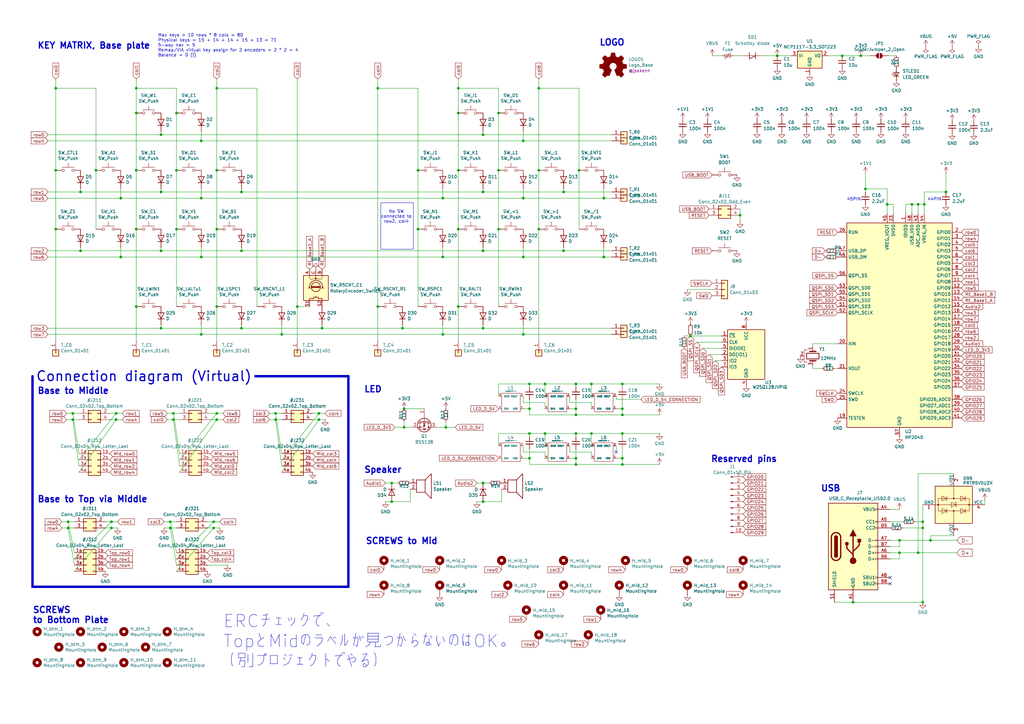
<source format=kicad_sch>
(kicad_sch (version 20231120) (generator "eeschema") (generator_version "8.0")
  (paper "A3")
  (title_block (title "Sandy") (date "2023-01-04") (rev "v.0") (company "@jpskenn"))
  (bus_alias "def-a" (members "row0" "row5" "col0" "col1"))
  (junction (at 33.02 78.74))
  (junction (at 198.12 55.245))
  (junction (at 247.65 105.41))
  (junction (at 236.22 157.48))
  (junction (at 121.92 125.73))
  (junction (at 217.17 167.64))
  (junction (at 29.845 172.085))
  (junction (at 33.02 102.87))
  (junction (at 242.57 157.48))
  (junction (at 363.855 83.82))
  (junction (at 214.63 81.28))
  (junction (at 66.04 134.62))
  (junction (at 255.27 167.64))
  (junction (at 165.1 134.62))
  (junction (at 27.94 216.535))
  (junction (at 204.47 93.98))
  (junction (at 198.12 102.87))
  (junction (at 376.555 226.695))
  (junction (at 154.94 36.195))
  (junction (at 255.27 157.48))
  (junction (at 255.27 170.18))
  (junction (at 160.655 198.12))
  (junction (at 353.06 22.86))
  (junction (at 182.88 175.26))
  (junction (at 165.735 175.26))
  (junction (at 55.88 69.85))
  (junction (at 39.37 69.85))
  (junction (at 255.27 187.96))
  (junction (at 27.94 213.995))
  (junction (at 99.06 78.74))
  (junction (at 69.85 216.535))
  (junction (at 318.77 22.86))
  (junction (at 181.61 81.28))
  (junction (at 374.015 83.82))
  (junction (at 69.85 213.995))
  (junction (at 376.555 83.82))
  (junction (at 198.12 78.74))
  (junction (at 187.96 93.98))
  (junction (at 220.98 93.98))
  (junction (at 171.45 69.85))
  (junction (at 88.9 36.195))
  (junction (at 255.27 190.5))
  (junction (at 181.61 105.41))
  (junction (at 379.095 83.82))
  (junction (at 171.45 93.98))
  (junction (at 130.81 172.085))
  (junction (at 55.88 36.195))
  (junction (at 187.96 125.73))
  (junction (at 236.22 187.96))
  (junction (at 214.63 57.785))
  (junction (at 115.57 137.16))
  (junction (at 214.63 137.16))
  (junction (at 49.53 81.28))
  (junction (at 160.655 205.74))
  (junction (at 82.55 137.16))
  (junction (at 154.94 125.73))
  (junction (at 66.04 55.245))
  (junction (at 198.12 205.74))
  (junction (at 354.965 77.47))
  (junction (at 283.21 137.795))
  (junction (at 236.22 170.18))
  (junction (at 236.22 190.5))
  (junction (at 82.55 81.28))
  (junction (at 55.88 93.98))
  (junction (at 88.9 172.085))
  (junction (at 236.22 177.8))
  (junction (at 45.72 216.535))
  (junction (at 231.14 78.74))
  (junction (at 220.98 36.195))
  (junction (at 132.08 134.62))
  (junction (at 217.17 177.8))
  (junction (at 66.04 102.87))
  (junction (at 82.55 105.41))
  (junction (at 378.46 216.535))
  (junction (at 345.44 22.86))
  (junction (at 99.06 102.87))
  (junction (at 87.63 213.995))
  (junction (at 217.17 157.48))
  (junction (at 113.03 172.085))
  (junction (at 368.935 226.695))
  (junction (at 247.65 81.28))
  (junction (at 181.61 137.16))
  (junction (at 349.885 247.015))
  (junction (at 88.9 169.545))
  (junction (at 47.625 169.545))
  (junction (at 204.47 69.85))
  (junction (at 72.39 46.355))
  (junction (at 237.49 69.85))
  (junction (at 49.53 105.41))
  (junction (at 231.14 102.87))
  (junction (at 220.98 69.85))
  (junction (at 303.53 88.265))
  (junction (at 165.735 167.64))
  (junction (at 22.86 93.98))
  (junction (at 88.9 69.85))
  (junction (at 55.88 125.73))
  (junction (at 387.985 78.74))
  (junction (at 368.935 221.615))
  (junction (at 87.63 216.535))
  (junction (at 204.47 46.355))
  (junction (at 381.635 221.615))
  (junction (at 71.12 169.545))
  (junction (at 72.39 93.98))
  (junction (at 88.9 93.98))
  (junction (at 378.46 213.995))
  (junction (at 198.12 198.12))
  (junction (at 223.52 157.48))
  (junction (at 217.17 187.96))
  (junction (at 187.96 36.195))
  (junction (at 71.12 172.085))
  (junction (at 47.625 172.085))
  (junction (at 82.55 57.785))
  (junction (at 255.27 177.8))
  (junction (at 45.72 213.995))
  (junction (at 214.63 105.41))
  (junction (at 198.12 134.62))
  (junction (at 66.04 78.74))
  (junction (at 187.96 46.355))
  (junction (at 242.57 177.8))
  (junction (at 187.96 69.85))
  (junction (at 99.06 134.62))
  (junction (at 72.39 69.85))
  (junction (at 22.86 69.85))
  (junction (at 55.88 46.355))
  (junction (at 236.22 167.64))
  (junction (at 88.9 125.73))
  (junction (at 29.845 169.545))
  (junction (at 378.46 247.015))
  (junction (at 223.52 177.8))
  (junction (at 113.03 169.545))
  (junction (at 22.86 36.195))
  (junction (at 130.81 169.545))
  (no_connect (at 365.125 236.855))
  (no_connect (at 252.73 185.42))
  (no_connect (at 365.125 239.395))
  (wire (pts (xy 19.685 134.62) (xy 66.04 134.62)))
  (wire (pts (xy 154.94 125.73) (xy 154.94 139.7)))
  (wire (pts (xy 85.09 231.775) (xy 93.345 231.775)))
  (wire (pts (xy 198.12 53.975) (xy 198.12 55.245)))
  (wire (pts (xy 255.27 187.96) (xy 255.27 190.5)))
  (wire (pts (xy 255.27 163.83) (xy 255.27 167.64)))
  (wire (pts (xy 71.12 172.085) (xy 73.66 172.085)))
  (wire (pts (xy 73.66 188.595) (xy 88.9 169.545)))
  (wire (pts (xy 86.36 172.085) (xy 88.9 172.085)))
  (wire (pts (xy 217.17 157.48) (xy 217.17 158.75)))
  (wire (pts (xy 115.57 188.595) (xy 130.81 169.545)))
  (wire (pts (xy 82.55 57.785) (xy 214.63 57.785)))
  (wire (pts (xy 19.685 137.16) (xy 82.55 137.16)))
  (wire (pts (xy 370.205 216.535) (xy 378.46 216.535)))
  (wire (pts (xy 22.86 32.385) (xy 22.86 36.195)))
  (wire (pts (xy 72.39 231.775) (xy 69.85 216.535)))
  (wire (pts (xy 223.52 177.8) (xy 223.52 182.88)))
  (wire (pts (xy 99.06 101.6) (xy 99.06 102.87)))
  (wire (pts (xy 30.48 234.315) (xy 45.72 216.535)))
  (wire (pts (xy 214.63 165.1) (xy 223.52 165.1)))
  (wire (pts (xy 292.1 22.86) (xy 295.91 22.86)))
  (wire (pts (xy 252.73 163.83) (xy 262.89 163.83)))
  (wire (pts (xy 66.04 78.74) (xy 99.06 78.74)))
  (wire (pts (xy 365.125 226.695) (xy 368.935 226.695)))
  (wire (pts (xy 281.94 118.745) (xy 292.1 118.745)))
  (wire (pts (xy 181.61 137.16) (xy 181.61 133.35)))
  (wire (pts (xy 88.9 169.545) (xy 91.44 169.545)))
  (wire (pts (xy 22.86 36.195) (xy 39.37 36.195)))
  (wire (pts (xy 165.1 134.62) (xy 198.12 134.62)))
  (wire (pts (xy 303.53 85.725) (xy 303.53 88.265)))
  (wire (pts (xy 171.45 36.195) (xy 171.45 69.85)))
  (wire (pts (xy 47.625 169.545) (xy 50.165 169.545)))
  (wire (pts (xy 236.22 184.15) (xy 236.22 187.96)))
  (wire (pts (xy 342.265 151.13) (xy 343.535 151.13)))
  (wire (pts (xy 72.39 226.695) (xy 69.85 213.995)))
  (wire (pts (xy 252.73 182.88) (xy 252.73 185.42)))
  (wire (pts (xy 236.22 177.8) (xy 242.57 177.8)))
  (wire (pts (xy 32.385 186.055) (xy 29.845 169.545)))
  (wire (pts (xy 68.58 172.085) (xy 71.12 172.085)))
  (wire (pts (xy 365.125 224.155) (xy 368.935 224.155)))
  (wire (pts (xy 205.74 200.66) (xy 205.74 205.74)))
  (wire (pts (xy 32.385 188.595) (xy 47.625 169.545)))
  (wire (pts (xy 236.22 157.48) (xy 242.57 157.48)))
  (wire (pts (xy 374.015 83.82) (xy 376.555 83.82)))
  (wire (pts (xy 99.06 133.35) (xy 99.06 134.62)))
  (wire (pts (xy 86.36 169.545) (xy 88.9 169.545)))
  (wire (pts (xy 242.57 177.8) (xy 255.27 177.8)))
  (wire (pts (xy 376.555 83.82) (xy 376.555 87.63)))
  (wire (pts (xy 368.935 221.615) (xy 368.935 224.155)))
  (wire (pts (xy 353.06 22.86) (xy 356.87 22.86)))
  (wire (pts (xy 187.96 36.195) (xy 187.96 46.355)))
  (wire (pts (xy 342.265 247.015) (xy 349.885 247.015)))
  (wire (pts (xy 290.83 145.415) (xy 295.91 145.415)))
  (wire (pts (xy 110.49 172.085) (xy 113.03 172.085)))
  (wire (pts (xy 217.17 177.8) (xy 217.17 179.07)))
  (wire (pts (xy 49.53 105.41) (xy 82.55 105.41)))
  (wire (pts (xy 403.86 205.105) (xy 403.86 207.01)))
  (wire (pts (xy 242.57 157.48) (xy 242.57 162.56)))
  (wire (pts (xy 223.52 177.8) (xy 236.22 177.8)))
  (wire (pts (xy 72.39 46.355) (xy 72.39 69.85)))
  (wire (pts (xy 333.375 151.13) (xy 337.185 151.13)))
  (wire (pts (xy 223.52 157.48) (xy 236.22 157.48)))
  (wire (pts (xy 204.47 93.98) (xy 204.47 125.73)))
  (wire (pts (xy 223.52 185.42) (xy 223.52 187.96)))
  (wire (pts (xy 72.39 229.235) (xy 87.63 213.995)))
  (wire (pts (xy 72.39 69.85) (xy 72.39 93.98)))
  (wire (pts (xy 371.475 83.82) (xy 374.015 83.82)))
  (wire (pts (xy 158.115 205.74) (xy 160.655 205.74)))
  (wire (pts (xy 237.49 36.195) (xy 237.49 69.85)))
  (wire (pts (xy 88.9 172.085) (xy 91.44 172.085)))
  (wire (pts (xy 99.06 78.74) (xy 198.12 78.74)))
  (wire (pts (xy 333.375 140.97) (xy 333.375 142.24)))
  (wire (pts (xy 214.63 185.42) (xy 223.52 185.42)))
  (wire (pts (xy 378.46 207.01) (xy 378.46 213.995)))
  (wire (pts (xy 71.12 169.545) (xy 73.66 169.545)))
  (wire (pts (xy 49.53 81.28) (xy 82.55 81.28)))
  (wire (pts (xy 55.88 125.73) (xy 55.88 139.7)))
  (wire (pts (xy 204.47 177.8) (xy 217.17 177.8)))
  (wire (pts (xy 171.45 93.98) (xy 171.45 125.73)))
  (wire (pts (xy 19.685 78.74) (xy 33.02 78.74)))
  (wire (pts (xy 187.96 125.73) (xy 187.96 139.7)))
  (wire (pts (xy 376.555 226.695) (xy 392.43 226.695)))
  (wire (pts (xy 231.14 78.74) (xy 250.825 78.74)))
  (wire (pts (xy 198.12 101.6) (xy 198.12 102.87)))
  (wire (pts (xy 247.65 77.47) (xy 247.65 81.28)))
  (wire (pts (xy 285.75 140.335) (xy 295.91 140.335)))
  (wire (pts (xy 217.17 157.48) (xy 223.52 157.48)))
  (wire (pts (xy 29.845 169.545) (xy 32.385 169.545)))
  (wire (pts (xy 72.39 93.98) (xy 72.39 125.73)))
  (wire (pts (xy 182.88 175.26) (xy 186.69 175.26)))
  (wire (pts (xy 204.47 69.85) (xy 204.47 93.98)))
  (wire (pts (xy 19.685 55.245) (xy 66.04 55.245)))
  (wire (pts (xy 87.63 216.535) (xy 85.09 216.535)))
  (wire (pts (xy 217.17 190.5) (xy 217.17 187.96)))
  (wire (pts (xy 66.04 53.975) (xy 66.04 55.245)))
  (wire (pts (xy 32.385 191.135) (xy 29.845 172.085)))
  (wire (pts (xy 318.77 22.86) (xy 324.485 22.86)))
  (wire (pts (xy 67.31 216.535) (xy 69.85 216.535)))
  (wire (pts (xy 181.61 137.16) (xy 214.63 137.16)))
  (wire (pts (xy 349.885 247.015) (xy 378.46 247.015)))
  (wire (pts (xy 368.935 229.235) (xy 365.125 229.235)))
  (wire (pts (xy 49.53 77.47) (xy 49.53 81.28)))
  (wire (pts (xy 88.9 32.385) (xy 88.9 36.195)))
  (wire (pts (xy 233.68 182.88) (xy 233.68 185.42)))
  (wire (pts (xy 161.925 175.26) (xy 165.735 175.26)))
  (wire (pts (xy 99.06 77.47) (xy 99.06 78.74)))
  (wire (pts (xy 45.72 216.535) (xy 43.18 216.535)))
  (wire (pts (xy 236.22 190.5) (xy 255.27 190.5)))
  (wire (pts (xy 47.625 172.085) (xy 50.165 172.085)))
  (wire (pts (xy 236.22 177.8) (xy 236.22 179.07)))
  (wire (pts (xy 82.55 105.41) (xy 181.61 105.41)))
  (wire (pts (xy 242.57 177.8) (xy 242.57 182.88)))
  (wire (pts (xy 255.27 157.48) (xy 270.51 157.48)))
  (wire (pts (xy 288.29 142.875) (xy 295.91 142.875)))
  (wire (pts (xy 391.16 219.71) (xy 381.635 219.71)))
  (wire (pts (xy 242.57 165.1) (xy 242.57 167.64)))
  (wire (pts (xy 255.27 184.15) (xy 255.27 187.96)))
  (wire (pts (xy 82.55 101.6) (xy 82.55 105.41)))
  (wire (pts (xy 181.61 105.41) (xy 214.63 105.41)))
  (wire (pts (xy 231.14 77.47) (xy 231.14 78.74)))
  (wire (pts (xy 160.655 198.12) (xy 163.195 198.12)))
  (wire (pts (xy 72.39 36.195) (xy 55.88 36.195)))
  (wire (pts (xy 368.935 208.915) (xy 365.125 208.915)))
  (wire (pts (xy 66.04 134.62) (xy 99.06 134.62)))
  (wire (pts (xy 55.88 69.85) (xy 55.88 93.98)))
  (wire (pts (xy 99.06 102.87) (xy 198.12 102.87)))
  (wire (pts (xy 110.49 169.545) (xy 113.03 169.545)))
  (wire (pts (xy 19.685 105.41) (xy 49.53 105.41)))
  (wire (pts (xy 33.02 78.74) (xy 66.04 78.74)))
  (wire (pts (xy 205.74 205.74) (xy 198.12 205.74)))
  (wire (pts (xy 198.12 133.35) (xy 198.12 134.62)))
  (wire (pts (xy 214.63 105.41) (xy 247.65 105.41)))
  (wire (pts (xy 22.86 93.98) (xy 22.86 139.7)))
  (wire (pts (xy 179.07 175.26) (xy 182.88 175.26)))
  (wire (pts (xy 233.68 187.96) (xy 236.22 187.96)))
  (wire (pts (xy 27.305 172.085) (xy 29.845 172.085)))
  (wire (pts (xy 354.965 77.47) (xy 354.965 78.74)))
  (wire (pts (xy 214.63 57.785) (xy 250.825 57.785)))
  (wire (pts (xy 378.46 216.535) (xy 378.46 247.015)))
  (wire (pts (xy 247.65 81.28) (xy 250.825 81.28)))
  (wire (pts (xy 32.385 193.675) (xy 47.625 172.085)))
  (wire (pts (xy 72.39 36.195) (xy 72.39 46.355)))
  (wire (pts (xy 27.94 216.535) (xy 30.48 216.535)))
  (wire (pts (xy 181.61 101.6) (xy 181.61 105.41)))
  (wire (pts (xy 154.94 32.385) (xy 154.94 36.195)))
  (wire (pts (xy 204.47 157.48) (xy 217.17 157.48)))
  (wire (pts (xy 255.27 190.5) (xy 270.51 190.5)))
  (wire (pts (xy 187.96 32.385) (xy 187.96 36.195)))
  (wire (pts (xy 303.53 88.265) (xy 303.53 90.805)))
  (wire (pts (xy 236.22 157.48) (xy 236.22 158.75)))
  (wire (pts (xy 368.935 221.615) (xy 381.635 221.615)))
  (wire (pts (xy 48.26 216.535) (xy 45.72 216.535)))
  (wire (pts (xy 195.58 198.12) (xy 198.12 198.12)))
  (wire (pts (xy 252.73 187.96) (xy 255.27 187.96)))
  (wire (pts (xy 368.935 226.695) (xy 368.935 229.235)))
  (wire (pts (xy 204.47 46.355) (xy 204.47 69.85)))
  (wire (pts (xy 45.085 169.545) (xy 47.625 169.545)))
  (wire (pts (xy 73.66 191.135) (xy 71.12 172.085)))
  (wire (pts (xy 115.57 133.35) (xy 115.57 137.16)))
  (wire (pts (xy 381.635 221.615) (xy 392.43 221.615)))
  (wire (pts (xy 68.58 169.545) (xy 71.12 169.545)))
  (wire (pts (xy 198.12 78.74) (xy 231.14 78.74)))
  (wire (pts (xy 88.9 93.98) (xy 88.9 125.73)))
  (wire (pts (xy 379.095 83.82) (xy 379.095 87.63)))
  (wire (pts (xy 381.635 219.71) (xy 381.635 221.615)))
  (wire (pts (xy 115.57 137.16) (xy 181.61 137.16)))
  (wire (pts (xy 165.735 175.26) (xy 168.91 175.26)))
  (polyline (pts (xy 142.875 240.665) (xy 13.335 240.665)) (stroke (width 1)))
  (wire (pts (xy 171.45 69.85) (xy 171.45 93.98)))
  (wire (pts (xy 55.88 93.98) (xy 55.88 125.73)))
  (wire (pts (xy 49.53 101.6) (xy 49.53 105.41)))
  (wire (pts (xy 366.395 83.82) (xy 363.855 83.82)))
  (wire (pts (xy 121.92 125.73) (xy 121.92 139.7)))
  (wire (pts (xy 43.18 213.995) (xy 45.72 213.995)))
  (wire (pts (xy 25.4 213.995) (xy 27.94 213.995)))
  (wire (pts (xy 198.12 134.62) (xy 250.825 134.62)))
  (wire (pts (xy 375.285 213.995) (xy 378.46 213.995)))
  (wire (pts (xy 130.81 169.545) (xy 133.35 169.545)))
  (wire (pts (xy 370.205 213.995) (xy 365.125 213.995)))
  (wire (pts (xy 293.37 147.955) (xy 295.91 147.955)))
  (wire (pts (xy 204.47 36.195) (xy 204.47 46.355)))
  (wire (pts (xy 113.03 172.085) (xy 115.57 172.085)))
  (wire (pts (xy 168.275 200.66) (xy 168.275 205.74)))
  (wire (pts (xy 214.63 133.35) (xy 214.63 137.16)))
  (wire (pts (xy 22.86 69.85) (xy 22.86 93.98)))
  (wire (pts (xy 198.12 198.12) (xy 200.66 198.12)))
  (wire (pts (xy 363.855 83.82) (xy 363.855 87.63)))
  (wire (pts (xy 242.57 157.48) (xy 255.27 157.48)))
  (wire (pts (xy 378.46 213.995) (xy 378.46 216.535)))
  (wire (pts (xy 187.96 93.98) (xy 187.96 125.73)))
  (wire (pts (xy 220.98 36.195) (xy 220.98 69.85)))
  (wire (pts (xy 217.17 170.18) (xy 217.17 167.64)))
  (wire (pts (xy 236.22 170.18) (xy 255.27 170.18)))
  (wire (pts (xy 33.02 77.47) (xy 33.02 78.74)))
  (wire (pts (xy 66.04 102.87) (xy 99.06 102.87)))
  (wire (pts (xy 345.44 22.86) (xy 353.06 22.86)))
  (wire (pts (xy 242.57 185.42) (xy 242.57 187.96)))
  (polyline (pts (xy 142.875 154.305) (xy 142.875 240.665)) (stroke (width 1)))
  (wire (pts (xy 217.17 167.64) (xy 217.17 163.83)))
  (wire (pts (xy 121.92 125.73) (xy 127 125.73)))
  (wire (pts (xy 105.41 36.195) (xy 105.41 125.73)))
  (wire (pts (xy 237.49 36.195) (xy 220.98 36.195)))
  (wire (pts (xy 33.02 101.6) (xy 33.02 102.87)))
  (wire (pts (xy 27.94 213.995) (xy 30.48 213.995)))
  (wire (pts (xy 115.57 186.055) (xy 113.03 169.545)))
  (wire (pts (xy 128.27 169.545) (xy 130.81 169.545)))
  (wire (pts (xy 19.685 81.28) (xy 49.53 81.28)))
  (wire (pts (xy 88.9 36.195) (xy 88.9 69.85)))
  (wire (pts (xy 33.02 102.87) (xy 66.04 102.87)))
  (wire (pts (xy 39.37 36.195) (xy 39.37 69.85)))
  (wire (pts (xy 252.73 167.64) (xy 255.27 167.64)))
  (wire (pts (xy 237.49 69.85) (xy 237.49 93.98)))
  (wire (pts (xy 198.12 102.87) (xy 231.14 102.87)))
  (wire (pts (xy 217.17 187.96) (xy 217.17 184.15)))
  (wire (pts (xy 214.63 77.47) (xy 214.63 81.28)))
  (wire (pts (xy 132.08 134.62) (xy 165.1 134.62)))
  (wire (pts (xy 19.685 102.87) (xy 33.02 102.87)))
  (wire (pts (xy 69.85 213.995) (xy 72.39 213.995)))
  (wire (pts (xy 371.475 83.82) (xy 371.475 87.63)))
  (wire (pts (xy 391.16 194.31) (xy 376.555 194.31)))
  (wire (pts (xy 387.985 71.12) (xy 387.985 78.74)))
  (wire (pts (xy 99.06 134.62) (xy 132.08 134.62)))
  (wire (pts (xy 220.98 69.85) (xy 220.98 93.98)))
  (wire (pts (xy 73.66 186.055) (xy 71.12 169.545)))
  (wire (pts (xy 365.125 221.615) (xy 368.935 221.615)))
  (wire (pts (xy 252.73 162.56) (xy 252.73 163.83)))
  (wire (pts (xy 250.825 105.41) (xy 247.65 105.41)))
  (wire (pts (xy 115.57 193.675) (xy 130.81 172.085)))
  (wire (pts (xy 214.63 81.28) (xy 247.65 81.28)))
  (wire (pts (xy 115.57 191.135) (xy 113.03 172.085)))
  (wire (pts (xy 30.48 226.695) (xy 27.94 213.995)))
  (wire (pts (xy 158.115 198.12) (xy 160.655 198.12)))
  (wire (pts (xy 363.855 77.47) (xy 363.855 83.82)))
  (wire (pts (xy 255.27 177.8) (xy 255.27 179.07)))
  (wire (pts (xy 204.47 177.8) (xy 204.47 182.88)))
  (wire (pts (xy 214.63 137.16) (xy 250.825 137.16)))
  (wire (pts (xy 168.275 205.74) (xy 160.655 205.74)))
  (wire (pts (xy 19.685 57.785) (xy 82.55 57.785)))
  (wire (pts (xy 354.965 77.47) (xy 363.855 77.47)))
  (wire (pts (xy 82.55 137.16) (xy 115.57 137.16)))
  (wire (pts (xy 214.63 101.6) (xy 214.63 105.41)))
  (wire (pts (xy 113.03 169.545) (xy 115.57 169.545)))
  (wire (pts (xy 217.17 190.5) (xy 236.22 190.5)))
  (wire (pts (xy 220.98 93.98) (xy 220.98 139.7)))
  (wire (pts (xy 55.88 32.385) (xy 55.88 36.195)))
  (polyline (pts (xy 13.335 154.305) (xy 13.335 240.665)) (stroke (width 1)))
  (wire (pts (xy 182.88 172.72) (xy 182.88 175.26)))
  (wire (pts (xy 217.17 177.8) (xy 223.52 177.8)))
  (wire (pts (xy 376.555 83.82) (xy 379.095 83.82)))
  (wire (pts (xy 187.96 69.85) (xy 187.96 93.98)))
  (wire (pts (xy 223.52 157.48) (xy 223.52 162.56)))
  (wire (pts (xy 67.31 213.995) (xy 69.85 213.995)))
  (wire (pts (xy 45.085 172.085) (xy 47.625 172.085)))
  (wire (pts (xy 280.67 137.795) (xy 283.21 137.795)))
  (wire (pts (xy 45.72 213.995) (xy 48.26 213.995)))
  (wire (pts (xy 217.17 170.18) (xy 236.22 170.18)))
  (wire (pts (xy 88.9 69.85) (xy 88.9 93.98)))
  (wire (pts (xy 171.45 36.195) (xy 154.94 36.195)))
  (wire (pts (xy 204.47 36.195) (xy 187.96 36.195)))
  (wire (pts (xy 87.63 213.995) (xy 90.17 213.995)))
  (wire (pts (xy 255.27 177.8) (xy 270.51 177.8)))
  (wire (pts (xy 181.61 81.28) (xy 214.63 81.28)))
  (wire (pts (xy 85.09 213.995) (xy 87.63 213.995)))
  (wire (pts (xy 214.63 182.88) (xy 214.63 185.42)))
  (wire (pts (xy 181.61 77.47) (xy 181.61 81.28)))
  (wire (pts (xy 233.68 167.64) (xy 236.22 167.64)))
  (polyline (pts (xy 104.775 154.305) (xy 142.875 154.305)) (stroke (width 1) (type solid)))
  (wire (pts (xy 333.375 149.86) (xy 333.375 151.13)))
  (wire (pts (xy 368.935 226.695) (xy 376.555 226.695)))
  (wire (pts (xy 195.58 205.74) (xy 198.12 205.74)))
  (wire (pts (xy 132.08 133.35) (xy 132.08 134.62)))
  (wire (pts (xy 312.42 22.86) (xy 318.77 22.86)))
  (wire (pts (xy 376.555 194.31) (xy 376.555 226.695)))
  (wire (pts (xy 130.81 172.085) (xy 133.35 172.085)))
  (wire (pts (xy 379.095 78.74) (xy 379.095 83.82)))
  (wire (pts (xy 339.725 22.86) (xy 345.44 22.86)))
  (wire (pts (xy 90.17 216.535) (xy 87.63 216.535)))
  (wire (pts (xy 367.665 22.86) (xy 364.49 22.86)))
  (wire (pts (xy 333.375 140.97) (xy 343.535 140.97)))
  (wire (pts (xy 27.305 169.545) (xy 29.845 169.545)))
  (wire (pts (xy 255.27 170.18) (xy 270.51 170.18)))
  (wire (pts (xy 66.04 133.35) (xy 66.04 134.62)))
  (wire (pts (xy 66.04 101.6) (xy 66.04 102.87)))
  (wire (pts (xy 247.65 101.6) (xy 247.65 105.41)))
  (wire (pts (xy 105.41 36.195) (xy 88.9 36.195)))
  (wire (pts (xy 66.04 55.245) (xy 198.12 55.245)))
  (wire (pts (xy 154.94 36.195) (xy 154.94 125.73)))
  (wire (pts (xy 223.52 165.1) (xy 223.52 167.64)))
  (wire (pts (xy 214.63 187.96) (xy 217.17 187.96)))
  (wire (pts (xy 187.96 46.355) (xy 187.96 69.85)))
  (wire (pts (xy 30.48 229.235) (xy 45.72 213.995)))
  (wire (pts (xy 72.39 234.315) (xy 87.63 216.535)))
  (wire (pts (xy 82.55 133.35) (xy 82.55 137.16)))
  (wire (pts (xy 233.68 162.56) (xy 233.68 165.1)))
  (wire (pts (xy 231.14 101.6) (xy 231.14 102.87)))
  (wire (pts (xy 39.37 69.85) (xy 39.37 93.98)))
  (wire (pts (xy 165.1 133.35) (xy 165.1 134.62)))
  (wire (pts (xy 73.66 193.675) (xy 88.9 172.085)))
  (wire (pts (xy 283.21 137.795) (xy 295.91 137.795)))
  (wire (pts (xy 55.88 46.355) (xy 55.88 69.85)))
  (wire (pts (xy 255.27 157.48) (xy 255.27 158.75)))
  (wire (pts (xy 236.22 163.83) (xy 236.22 167.64)))
  (wire (pts (xy 387.985 78.74) (xy 379.095 78.74)))
  (wire (pts (xy 121.92 32.385) (xy 121.92 125.73)))
  (wire (pts (xy 30.48 231.775) (xy 27.94 216.535)))
  (wire (pts (xy 204.47 157.48) (xy 204.47 162.56)))
  (wire (pts (xy 354.965 71.12) (xy 354.965 77.47)))
  (wire (pts (xy 165.735 167.64) (xy 173.99 167.64)))
  (wire (pts (xy 25.4 216.535) (xy 27.94 216.535)))
  (wire (pts (xy 82.55 81.28) (xy 181.61 81.28)))
  (wire (pts (xy 236.22 187.96) (xy 236.22 190.5)))
  (wire (pts (xy 82.55 53.975) (xy 82.55 57.785)))
  (wire (pts (xy 374.015 83.82) (xy 374.015 87.63)))
  (wire (pts (xy 231.14 102.87) (xy 250.825 102.87)))
  (wire (pts (xy 128.27 172.085) (xy 130.81 172.085)))
  (wire (pts (xy 165.735 172.72) (xy 165.735 175.26)))
  (wire (pts (xy 214.63 167.64) (xy 217.17 167.64)))
  (wire (pts (xy 214.63 53.975) (xy 214.63 57.785)))
  (wire (pts (xy 233.68 165.1) (xy 242.57 165.1)))
  (wire (pts (xy 220.98 32.385) (xy 220.98 36.195)))
  (wire (pts (xy 66.04 77.47) (xy 66.04 78.74)))
  (wire (pts (xy 22.86 36.195) (xy 22.86 69.85)))
  (wire (pts (xy 198.12 55.245) (xy 250.825 55.245)))
  (wire (pts (xy 198.12 77.47) (xy 198.12 78.74)))
  (wire (pts (xy 236.22 167.64) (xy 236.22 170.18)))
  (wire (pts (xy 233.68 185.42) (xy 242.57 185.42)))
  (wire (pts (xy 255.27 167.64) (xy 255.27 170.18)))
  (wire (pts (xy 88.9 125.73) (xy 88.9 139.7)))
  (wire (pts (xy 55.88 36.195) (xy 55.88 46.355)))
  (wire (pts (xy 366.395 83.82) (xy 366.395 87.63)))
  (wire (pts (xy 82.55 77.47) (xy 82.55 81.28)))
  (wire (pts (xy 29.845 172.085) (xy 32.385 172.085)))
  (wire (pts (xy 214.63 162.56) (xy 214.63 165.1)))
  (wire (pts (xy 69.85 216.535) (xy 72.39 216.535)))
  (wire (pts (xy 300.99 22.86) (xy 304.8 22.86)))
  (rectangle (start 156.21 83.185) (end 169.545 102.235))
  (text "SCREWS to Mid" (at 149.86 223.52 0) (effects (font (size 2.54 2.54) (thickness 0.508) (bold yes)) (justify left bottom)))
  (text "SCREWS\nto Bottom Plate" (at 13.335 255.905 0) (effects (font (size 2.54 2.54) (thickness 0.508) (bold yes)) (justify left bottom)))
  (text "Speaker" (at 149.225 194.31 0) (effects (font (size 2.54 2.54) (thickness 0.508) (bold yes)) (justify left bottom)))
  (text "No SW\nconnected to\nrow2, col4" (at 162.56 88.9 0) (effects (font (size 1.27 1.27))))
  (text "Connection diagram (Virtual)" (at 14.605 156.845 0) (effects (font (size 4 4) (thickness 0.508) (bold yes)) (justify left bottom)))
  (text "44PIN" (at 380.365 82.55 0) (effects (font (size 1.27 1.27)) (justify left bottom)))
  (text "USB" (at 336.55 201.93 0) (effects (font (size 2.54 2.54) (thickness 0.508) (bold yes)) (justify left bottom)))
  (text "LOGO" (at 245.745 19.05 0) (effects (font (size 2.54 2.54) (thickness 0.508) (bold yes)) (justify left bottom)))
  (text "45PIN" (at 347.345 82.55 0) (effects (font (size 1.27 1.27)) (justify left bottom)))
  (text "Reserved pins" (at 291.465 189.865 0) (effects (font (size 2.54 2.54) (thickness 0.508) (bold yes)) (justify left bottom)))
  (text "Base to Top via Middle" (at 15.24 206.375 0) (effects (font (size 2.54 2.54) (thickness 0.508) (bold yes)) (justify left bottom)))
  (text "Base to Middle" (at 15.24 161.925 0) (effects (font (size 2.54 2.54) (thickness 0.508) (bold yes)) (justify left bottom)))
  (text "LED" (at 149.225 161.29 0) (effects (font (size 2.54 2.54) (thickness 0.508) (bold yes)) (justify left bottom)))
  (text "ERCチェックで、\nTopとMidのラベルが見つからないのはOK。\n（別プロジェクトでやる）" (at 91.44 274.32 0) (effects (font (size 5.08 5.08)) (justify left bottom)))
  (text "KEY MATRIX, Base plate" (at 15.24 20.32 0) (effects (font (size 2.54 2.54) (thickness 0.508) (bold yes)) (justify left bottom)))
  (text "Max keys = 10 rows * 8 cols = 80\nPhysical keys = 15 + 14 + 14 + 15 + 13 = 71\n5-way nav = 5\nRemap/VIA virtual key assign for 2 encoders = 2 * 2 = 4\nBalance = 0 (!)" (at 64.77 23.495 0) (effects (font (size 1.27 1.27)) (justify left bottom)))
  (global_label "col2" (shape input) (at 91.44 172.085 0) (property "Intersheetrefs" "${INTERSHEET_REFS}" (effects (hide yes))) (property "シート間のリファレンス" "${INTERSHEET_REFS}" (effects (hide yes))))
  (global_label "row6" (shape input) (at 220.98 264.16 180) (property "Intersheetrefs" "${INTERSHEET_REFS}" (effects (hide yes))) (property "シート間のリファレンス" "${INTERSHEET_REFS}" (effects (hide yes))))
  (global_label "QSPI_SD0" (shape input) (at 343.535 118.11 180) (property "Intersheetrefs" "${INTERSHEET_REFS}" (effects (hide yes))))
  (global_label "row3" (shape input) (at 19.685 134.62 180) (property "Intersheetrefs" "${INTERSHEET_REFS}" (effects (hide yes))) (property "シート間のリファレンス" "${INTERSHEET_REFS}" (effects (hide yes))))
  (global_label "GPIO21" (shape input) (at 394.335 148.59 0) (property "Intersheetrefs" "${INTERSHEET_REFS}" (effects (hide yes))))
  (global_label "col4" (shape input) (at 394.335 113.03 0) (property "Intersheetrefs" "${INTERSHEET_REFS}" (effects (hide yes))) (property "シート間のリファレンス" "${INTERSHEET_REFS}" (effects (hide yes))))
  (global_label "col6" (shape input) (at 220.98 32.385 90) (property "Intersheetrefs" "${INTERSHEET_REFS}" (effects (hide yes))) (property "シート間のリファレンス" "${INTERSHEET_REFS}" (effects (hide yes))))
  (global_label "GPIO23" (shape input) (at 394.335 153.67 0) (property "Intersheetrefs" "${INTERSHEET_REFS}" (effects (hide yes))))
  (global_label "D-" (shape input) (at 338.455 105.41 180) (property "Intersheetrefs" "${INTERSHEET_REFS}" (effects (hide yes))))
  (global_label "Mid_row0" (shape input) (at 45.085 186.055 0) (property "Intersheetrefs" "${INTERSHEET_REFS}" (effects (hide yes))) (property "シート間のリファレンス" "${INTERSHEET_REFS}" (effects (hide yes))))
  (global_label "Mid_row6" (shape input) (at 86.36 188.595 0) (property "Intersheetrefs" "${INTERSHEET_REFS}" (effects (hide yes))) (property "シート間のリファレンス" "${INTERSHEET_REFS}" (effects (hide yes))))
  (global_label "GPIO26" (shape input) (at 394.335 163.83 0) (property "Intersheetrefs" "${INTERSHEET_REFS}" (effects (hide yes))))
  (global_label "Mid_col0" (shape input) (at 86.36 191.135 0) (property "Intersheetrefs" "${INTERSHEET_REFS}" (effects (hide yes))) (property "シート間のリファレンス" "${INTERSHEET_REFS}" (effects (hide yes))))
  (global_label "col4" (shape input) (at 154.94 32.385 90) (property "Intersheetrefs" "${INTERSHEET_REFS}" (effects (hide yes))) (property "シート間のリファレンス" "${INTERSHEET_REFS}" (effects (hide yes))))
  (global_label "Mid_col4" (shape input) (at 128.27 188.595 0) (property "Intersheetrefs" "${INTERSHEET_REFS}" (effects (hide yes))) (property "シート間のリファレンス" "${INTERSHEET_REFS}" (effects (hide yes))))
  (global_label "row6" (shape input) (at 394.335 135.89 0) (property "Intersheetrefs" "${INTERSHEET_REFS}" (effects (hide yes))) (property "シート間のリファレンス" "${INTERSHEET_REFS}" (effects (hide yes))))
  (global_label "USB_BOOT" (shape input) (at 280.67 142.875 270) (property "Intersheetrefs" "${INTERSHEET_REFS}" (effects (hide yes))))
  (global_label "col0" (shape input) (at 68.58 172.085 180) (property "Intersheetrefs" "${INTERSHEET_REFS}" (effects (hide yes))) (property "シート間のリファレンス" "${INTERSHEET_REFS}" (effects (hide yes))))
  (global_label "Audio2" (shape input) (at 195.58 198.12 180) (property "Intersheetrefs" "${INTERSHEET_REFS}" (effects (hide yes))))
  (global_label "GPIO27" (shape input) (at 394.335 166.37 0) (property "Intersheetrefs" "${INTERSHEET_REFS}" (effects (hide yes))))
  (global_label "GPIO20" (shape input) (at 394.335 146.05 0) (property "Intersheetrefs" "${INTERSHEET_REFS}" (effects (hide yes))))
  (global_label "QSPI_SCLK" (shape input) (at 285.75 140.335 270) (property "Intersheetrefs" "${INTERSHEET_REFS}" (effects (hide yes))))
  (global_label "GPIO25" (shape input) (at 394.335 158.75 0) (property "Intersheetrefs" "${INTERSHEET_REFS}" (effects (hide yes))))
  (global_label "col6" (shape input) (at 394.335 102.87 0) (property "Intersheetrefs" "${INTERSHEET_REFS}" (effects (hide yes))) (property "シート間のリファレンス" "${INTERSHEET_REFS}" (effects (hide yes))))
  (global_label "row7" (shape input) (at 394.335 130.81 0) (property "Intersheetrefs" "${INTERSHEET_REFS}" (effects (hide yes))) (property "シート間のリファレンス" "${INTERSHEET_REFS}" (effects (hide yes))))
  (global_label "Mid_col3" (shape input) (at 128.27 186.055 0) (property "Intersheetrefs" "${INTERSHEET_REFS}" (effects (hide yes))) (property "シート間のリファレンス" "${INTERSHEET_REFS}" (effects (hide yes))))
  (global_label "Top_row0" (shape input) (at 43.18 226.695 0) (property "Intersheetrefs" "${INTERSHEET_REFS}" (effects (hide yes))) (property "シート間のリファレンス" "${INTERSHEET_REFS}" (effects (hide yes))))
  (global_label "Mid_row5" (shape input) (at 86.36 186.055 0) (property "Intersheetrefs" "${INTERSHEET_REFS}" (effects (hide yes))) (property "シート間のリファレンス" "${INTERSHEET_REFS}" (effects (hide yes))))
  (global_label "USB_BOOT" (shape input) (at 290.83 85.725 180) (property "Intersheetrefs" "${INTERSHEET_REFS}" (effects (hide yes))))
  (global_label "QSPI_SD3" (shape input) (at 343.535 125.73 180) (property "Intersheetrefs" "${INTERSHEET_REFS}" (effects (hide yes))))
  (global_label "row7" (shape input) (at 19.685 137.16 180) (property "Intersheetrefs" "${INTERSHEET_REFS}" (effects (hide yes))) (property "シート間のリファレンス" "${INTERSHEET_REFS}" (effects (hide yes))))
  (global_label "RE_Base1_A" (shape input) (at 394.335 123.19 0) (property "Intersheetrefs" "${INTERSHEET_REFS}" (effects (hide yes))) (property "シート間のリファレンス" "${INTERSHEET_REFS}" (effects (hide yes))))
  (global_label "D+" (shape input) (at 392.43 226.695 0) (effects (font (size 1.524 1.524))) (property "Intersheetrefs" "${INTERSHEET_REFS}" (effects (hide yes))) (property "シート間のリファレンス" "${INTERSHEET_REFS}" (effects (hide yes))))
  (global_label "GPIO28" (shape input) (at 304.8 215.9 0) (property "Intersheetrefs" "${INTERSHEET_REFS}" (effects (hide yes))))
  (global_label "row5" (shape input) (at 68.58 169.545 180) (property "Intersheetrefs" "${INTERSHEET_REFS}" (effects (hide yes))) (property "シート間のリファレンス" "${INTERSHEET_REFS}" (effects (hide yes))))
  (global_label "row1" (shape input) (at 50.165 169.545 0) (property "Intersheetrefs" "${INTERSHEET_REFS}" (effects (hide yes))) (property "シート間のリファレンス" "${INTERSHEET_REFS}" (effects (hide yes))))
  (global_label "row0" (shape input) (at 25.4 213.995 180) (property "Intersheetrefs" "${INTERSHEET_REFS}" (effects (hide yes))) (property "シート間のリファレンス" "${INTERSHEET_REFS}" (effects (hide yes))))
  (global_label "row2" (shape input) (at 241.3 264.16 180) (property "Intersheetrefs" "${INTERSHEET_REFS}" (effects (hide yes))) (property "シート間のリファレンス" "${INTERSHEET_REFS}" (effects (hide yes))))
  (global_label "QSPI_SD1" (shape input) (at 290.83 145.415 270) (property "Intersheetrefs" "${INTERSHEET_REFS}" (effects (hide yes))))
  (global_label "GPIO24" (shape input) (at 394.335 156.21 0) (property "Intersheetrefs" "${INTERSHEET_REFS}" (effects (hide yes))))
  (global_label "row4" (shape input) (at 50.165 172.085 0) (property "Intersheetrefs" "${INTERSHEET_REFS}" (effects (hide yes))) (property "シート間のリファレンス" "${INTERSHEET_REFS}" (effects (hide yes))))
  (global_label "GPIO29" (shape input) (at 304.8 218.44 0) (property "Intersheetrefs" "${INTERSHEET_REFS}" (effects (hide yes))))
  (global_label "QSPI_SS" (shape input) (at 343.535 113.03 180) (property "Intersheetrefs" "${INTERSHEET_REFS}" (effects (hide yes))))
  (global_label "row0" (shape input) (at 394.335 95.25 0) (property "Intersheetrefs" "${INTERSHEET_REFS}" (effects (hide yes))) (property "シート間のリファレンス" "${INTERSHEET_REFS}" (effects (hide yes))))
  (global_label "col0" (shape input) (at 394.335 133.35 0) (property "Intersheetrefs" "${INTERSHEET_REFS}" (effects (hide yes))) (property "シート間のリファレンス" "${INTERSHEET_REFS}" (effects (hide yes))))
  (global_label "QSPI_SD1" (shape input) (at 343.535 120.65 180) (property "Intersheetrefs" "${INTERSHEET_REFS}" (effects (hide yes))))
  (global_label "row6" (shape input) (at 19.685 105.41 180) (property "Intersheetrefs" "${INTERSHEET_REFS}" (effects (hide yes))) (property "シート間のリファレンス" "${INTERSHEET_REFS}" (effects (hide yes))))
  (global_label "col5" (shape input) (at 394.335 100.33 0) (property "Intersheetrefs" "${INTERSHEET_REFS}" (effects (hide yes))) (property "シート間のリファレンス" "${INTERSHEET_REFS}" (effects (hide yes))))
  (global_label "Audio2" (shape input) (at 394.335 125.73 0) (property "Intersheetrefs" "${INTERSHEET_REFS}" (effects (hide yes))))
  (global_label "GPIO22" (shape input) (at 394.335 151.13 0) (property "Intersheetrefs" "${INTERSHEET_REFS}" (effects (hide yes))))
  (global_label "Mid_row2" (shape input) (at 45.085 191.135 0) (property "Intersheetrefs" "${INTERSHEET_REFS}" (effects (hide yes))) (property "シート間のリファレンス" "${INTERSHEET_REFS}" (effects (hide yes))))
  (global_label "col3" (shape input) (at 394.335 107.95 0) (property "Intersheetrefs" "${INTERSHEET_REFS}" (effects (hide yes))) (property "シート間のリファレンス" "${INTERSHEET_REFS}" (effects (hide yes))))
  (global_label "Audio1" (shape input) (at 158.115 198.12 180) (property "Intersheetrefs" "${INTERSHEET_REFS}" (effects (hide yes))))
  (global_label "row5" (shape input) (at 394.335 118.11 0) (property "Intersheetrefs" "${INTERSHEET_REFS}" (effects (hide yes))) (property "シート間のリファレンス" "${INTERSHEET_REFS}" (effects (hide yes))))
  (global_label "GPIO24" (shape input) (at 304.8 205.74 0) (property "Intersheetrefs" "${INTERSHEET_REFS}" (effects (hide yes))))
  (global_label "col2" (shape input) (at 88.9 32.385 90) (property "Intersheetrefs" "${INTERSHEET_REFS}" (effects (hide yes))) (property "シート間のリファレンス" "${INTERSHEET_REFS}" (effects (hide yes))))
  (global_label "row2" (shape input) (at 394.335 138.43 0) (property "Intersheetrefs" "${INTERSHEET_REFS}" (effects (hide yes))) (property "シート間のリファレンス" "${INTERSHEET_REFS}" (effects (hide yes))))
  (global_label "SWCLK" (shape input) (at 292.1 116.205 180) (property "Intersheetrefs" "${INTERSHEET_REFS}" (effects (hide yes))))
  (global_label "Audio1" (shape input) (at 394.335 140.97 0) (property "Intersheetrefs" "${INTERSHEET_REFS}" (effects (hide yes))))
  (global_label "col2" (shape input) (at 208.28 243.84 180) (property "Intersheetrefs" "${INTERSHEET_REFS}" (effects (hide yes))) (property "シート間のリファレンス" "${INTERSHEET_REFS}" (effects (hide yes))))
  (global_label "col4" (shape input) (at 90.17 213.995 0) (property "Intersheetrefs" "${INTERSHEET_REFS}" (effects (hide yes))) (property "シート間のリファレンス" "${INTERSHEET_REFS}" (effects (hide yes))))
  (global_label "col1" (shape input) (at 394.335 105.41 0) (property "Intersheetrefs" "${INTERSHEET_REFS}" (effects (hide yes))) (property "シート間のリファレンス" "${INTERSHEET_REFS}" (effects (hide yes))))
  (global_label "row4" (shape input) (at 157.48 243.84 180) (property "Intersheetrefs" "${INTERSHEET_REFS}" (effects (hide yes))) (property "シート間のリファレンス" "${INTERSHEET_REFS}" (effects (hide yes))))
  (global_label "Mid_col2" (shape input) (at 86.36 193.675 0) (property "Intersheetrefs" "${INTERSHEET_REFS}" (effects (hide yes))) (property "シート間のリファレンス" "${INTERSHEET_REFS}" (effects (hide yes))))
  (global_label "col2" (shape input) (at 394.335 110.49 0) (property "Intersheetrefs" "${INTERSHEET_REFS}" (effects (hide yes))) (property "シート間のリファレンス" "${INTERSHEET_REFS}" (effects (hide yes))))
  (global_label "row2" (shape input) (at 19.685 102.87 180) (property "Intersheetrefs" "${INTERSHEET_REFS}" (effects (hide yes))) (property "シート間のリファレンス" "${INTERSHEET_REFS}" (effects (hide yes))))
  (global_label "row4" (shape input) (at 25.4 216.535 180) (property "Intersheetrefs" "${INTERSHEET_REFS}" (effects (hide yes))) (property "シート間のリファレンス" "${INTERSHEET_REFS}" (effects (hide yes))))
  (global_label "row0" (shape input) (at 180.34 233.68 180) (property "Intersheetrefs" "${INTERSHEET_REFS}" (effects (hide yes))) (property "シート間のリファレンス" "${INTERSHEET_REFS}" (effects (hide yes))))
  (global_label "col4" (shape input) (at 133.35 169.545 0) (property "Intersheetrefs" "${INTERSHEET_REFS}" (effects (hide yes))) (property "シート間のリファレンス" "${INTERSHEET_REFS}" (effects (hide yes))))
  (global_label "RE_Base1_A" (shape input) (at 127 110.49 90) (property "Intersheetrefs" "${INTERSHEET_REFS}" (effects (hide yes))) (property "シート間のリファレンス" "${INTERSHEET_REFS}" (effects (hide yes))))
  (global_label "GPIO26" (shape input) (at 304.8 210.82 0) (property "Intersheetrefs" "${INTERSHEET_REFS}" (effects (hide yes))))
  (global_label "row1" (shape input) (at 19.685 78.74 180) (property "Intersheetrefs" "${INTERSHEET_REFS}" (effects (hide yes))) (property "シート間のリファレンス" "${INTERSHEET_REFS}" (effects (hide yes))))
  (global_label "GPIO22" (shape input) (at 304.8 200.66 0) (property "Intersheetrefs" "${INTERSHEET_REFS}" (effects (hide yes))))
  (global_label "row1" (shape input) (at 246.38 254 180) (property "Intersheetrefs" "${INTERSHEET_REFS}" (effects (hide yes))) (property "シート間のリファレンス" "${INTERSHEET_REFS}" (effects (hide yes))))
  (global_label "QSPI_SCLK" (shape input) (at 343.535 128.27 180) (property "Intersheetrefs" "${INTERSHEET_REFS}" (effects (hide yes))))
  (global_label "QSPI_SD0" (shape input) (at 288.29 142.875 270) (property "Intersheetrefs" "${INTERSHEET_REFS}" (effects (hide yes))))
  (global_label "USB_BOOT" (shape input) (at 292.1 71.755 180) (property "Intersheetrefs" "${INTERSHEET_REFS}" (effects (hide yes))))
  (global_label "Top_col4" (shape input) (at 85.09 229.235 0) (property "Intersheetrefs" "${INTERSHEET_REFS}" (effects (hide yes))) (property "シート間のリファレンス" "${INTERSHEET_REFS}" (effects (hide yes))))
  (global_label "SWCLK" (shape input) (at 343.535 161.29 180) (property "Intersheetrefs" "${INTERSHEET_REFS}" (effects (hide yes))))
  (global_label "Mid_row4" (shape input) (at 45.085 193.675 0) (property "Intersheetrefs" "${INTERSHEET_REFS}" (effects (hide yes))) (property "シート間のリファレンス" "${INTERSHEET_REFS}" (effects (hide yes))))
  (global_label "D-" (shape input) (at 392.43 221.615 0) (effects (font (size 1.524 1.524))) (property "Intersheetrefs" "${INTERSHEET_REFS}" (effects (hide yes))) (property "シート間のリファレンス" "${INTERSHEET_REFS}" (effects (hide yes))))
  (global_label "col3" (shape input) (at 67.31 213.995 180) (property "Intersheetrefs" "${INTERSHEET_REFS}" (effects (hide yes))) (property "シート間のリファレンス" "${INTERSHEET_REFS}" (effects (hide yes))))
  (global_label "QSPI_SD3" (shape input) (at 295.91 150.495 270) (property "Intersheetrefs" "${INTERSHEET_REFS}" (effects (hide yes))))
  (global_label "RE_Base1_B" (shape input) (at 394.335 120.65 0) (property "Intersheetrefs" "${INTERSHEET_REFS}" (effects (hide yes))) (property "シート間のリファレンス" "${INTERSHEET_REFS}" (effects (hide yes))))
  (global_label "row1" (shape input) (at 394.335 115.57 0) (property "Intersheetrefs" "${INTERSHEET_REFS}" (effects (hide yes))) (property "シート間のリファレンス" "${INTERSHEET_REFS}" (effects (hide yes))))
  (global_label "col5" (shape input) (at 187.96 32.385 90) (property "Intersheetrefs" "${INTERSHEET_REFS}" (effects (hide yes))) (property "シート間のリファレンス" "${INTERSHEET_REFS}" (effects (hide yes))))
  (global_label "SWD" (shape input) (at 292.1 121.285 180) (property "Intersheetrefs" "${INTERSHEET_REFS}" (effects (hide yes))))
  (global_label "row0" (shape input) (at 205.74 233.68 180) (property "Intersheetrefs" "${INTERSHEET_REFS}" (effects (hide yes))) (property "シート間のリファレンス" "${INTERSHEET_REFS}" (effects (hide yes))))
  (global_label "col0" (shape input) (at 22.86 32.385 90) (property "Intersheetrefs" "${INTERSHEET_REFS}" (effects (hide yes))) (property "シート間のリファレンス" "${INTERSHEET_REFS}" (effects (hide yes))))
  (global_label "row5" (shape input) (at 215.9 254 180) (property "Intersheetrefs" "${INTERSHEET_REFS}" (effects (hide yes))) (property "シート間のリファレンス" "${INTERSHEET_REFS}" (effects (hide yes))))
  (global_label "GPIO28" (shape input) (at 394.335 168.91 0) (property "Intersheetrefs" "${INTERSHEET_REFS}" (effects (hide yes))))
  (global_label "col6" (shape input) (at 304.8 233.68 180) (property "Intersheetrefs" "${INTERSHEET_REFS}" (effects (hide yes))) (property "シート間のリファレンス" "${INTERSHEET_REFS}" (effects (hide yes))))
  (global_label "GPIO29" (shape input) (at 394.335 171.45 0) (property "Intersheetrefs" "${INTERSHEET_REFS}" (effects (hide yes))))
  (global_label "row5" (shape input) (at 19.685 81.28 180) (property "Intersheetrefs" "${INTERSHEET_REFS}" (effects (hide yes))) (property "シート間のリファレンス" "${INTERSHEET_REFS}" (effects (hide yes))))
  (global_label "RE_Base1_B" (shape input) (at 132.08 110.49 90) (property "Intersheetrefs" "${INTERSHEET_REFS}" (effects (hide yes))) (property "シート間のリファレンス" "${INTERSHEET_REFS}" (effects (hide yes))))
  (global_label "row4" (shape input) (at 256.54 233.68 180) (property "Intersheetrefs" "${INTERSHEET_REFS}" (effects (hide yes))) (property "シート間のリファレンス" "${INTERSHEET_REFS}" (effects (hide yes))))
  (global_label "col4" (shape input) (at 231.14 243.84 180) (property "Intersheetrefs" "${INTERSHEET_REFS}" (effects (hide yes))) (property "シート間のリファレンス" "${INTERSHEET_REFS}" (effects (hide yes))))
  (global_label "col1" (shape input) (at 55.88 32.385 90) (property "Intersheetrefs" "${INTERSHEET_REFS}" (effects (hide yes))) (property "シート間のリファレンス" "${INTERSHEET_REFS}" (effects (hide yes))))
  (global_label "GPIO20" (shape input) (at 304.8 195.58 0) (property "Intersheetrefs" "${INTERSHEET_REFS}" (effects (hide yes))))
  (global_label "row0" (shape input) (at 281.94 233.68 180) (property "Intersheetrefs" "${INTERSHEET_REFS}" (effects (hide yes))) (property "シート間のリファレンス" "${INTERSHEET_REFS}" (effects (hide yes))))
  (global_label "row4" (shape input) (at 304.8 243.84 180) (property "Intersheetrefs" "${INTERSHEET_REFS}" (effects (hide yes))) (property "シート間のリファレンス" "${INTERSHEET_REFS}" (effects (hide yes))))
  (global_label "D+" (shape input) (at 338.455 102.87 180) (property "Intersheetrefs" "${INTERSHEET_REFS}" (effects (hide yes))))
  (global_label "Top_row1" (shape input) (at 43.18 229.235 0) (property "Intersheetrefs" "${INTERSHEET_REFS}" (effects (hide yes))) (property "シート間のリファレンス" "${INTERSHEET_REFS}" (effects (hide yes))))
  (global_label "col3" (shape input) (at 110.49 169.545 180) (property "Intersheetrefs" "${INTERSHEET_REFS}" (effects (hide yes))) (property "シート間のリファレンス" "${INTERSHEET_REFS}" (effects (hide yes))))
  (global_label "LED_D_3V3" (shape input) (at 161.925 175.26 180) (property "Intersheetrefs" "${INTERSHEET_REFS}" (effects (hide yes))) (property "シート間のリファレンス" "${INTERSHEET_REFS}" (effects (hide yes))))
  (global_label "LED_D_5V" (shape input) (at 186.69 175.26 0) (property "Intersheetrefs" "${INTERSHEET_REFS}" (effects (hide yes))) (property "シート間のリファレンス" "${INTERSHEET_REFS}" (effects (hide yes))))
  (global_label "Mid_row1" (shape input) (at 45.085 188.595 0) (property "Intersheetrefs" "${INTERSHEET_REFS}" (effects (hide yes))) (property "シート間のリファレンス" "${INTERSHEET_REFS}" (effects (hide yes))))
  (global_label "GPIO25" (shape input) (at 304.8 208.28 0) (property "Intersheetrefs" "${INTERSHEET_REFS}" (effects (hide yes))))
  (global_label "LED_D_5V_CONNECTION" (shape input) (at 204.47 187.96 180) (property "Intersheetrefs" "${INTERSHEET_REFS}" (effects (hide yes))) (property "シート間のリファレンス" "${INTERSHEET_REFS}" (effects (hide yes))))
  (global_label "QSPI_SD2" (shape input) (at 293.37 147.955 270) (property "Intersheetrefs" "${INTERSHEET_REFS}" (effects (hide yes))))
  (global_label "row4" (shape input) (at 394.335 97.79 0) (property "Intersheetrefs" "${INTERSHEET_REFS}" (effects (hide yes))) (property "シート間のリファレンス" "${INTERSHEET_REFS}" (effects (hide yes))))
  (global_label "row3" (shape input) (at 394.335 128.27 0) (property "Intersheetrefs" "${INTERSHEET_REFS}" (effects (hide yes))) (property "シート間のリファレンス" "${INTERSHEET_REFS}" (effects (hide yes))))
  (global_label "row2" (shape input) (at 27.305 172.085 180) (property "Intersheetrefs" "${INTERSHEET_REFS}" (effects (hide yes))) (property "シート間のリファレンス" "${INTERSHEET_REFS}" (effects (hide yes))))
  (global_label "row0" (shape input) (at 27.305 169.545 180) (property "Intersheetrefs" "${INTERSHEET_REFS}" (effects (hide yes))) (property "シート間のリファレンス" "${INTERSHEET_REFS}" (effects (hide yes))))
  (global_label "Mid_col6" (shape input) (at 128.27 191.135 0) (property "Intersheetrefs" "${INTERSHEET_REFS}" (effects (hide yes))) (property "シート間のリファレンス" "${INTERSHEET_REFS}" (effects (hide yes))))
  (global_label "RESET" (shape input) (at 343.535 95.25 180) (property "Intersheetrefs" "${INTERSHEET_REFS}" (effects (hide yes))))
  (global_label "LED_D_5V_CONNECTION" (shape input) (at 262.89 163.83 0) (property "Intersheetrefs" "${INTERSHEET_REFS}" (effects (hide yes))) (property "シート間のリファレンス" "${INTERSHEET_REFS}" (effects (hide yes))))
  (global_label "col6" (shape input) (at 110.49 172.085 180) (property "Intersheetrefs" "${INTERSHEET_REFS}" (effects (hide yes))) (property "シート間のリファレンス" "${INTERSHEET_REFS}" (effects (hide yes))))
  (global_label "Top_row4" (shape input) (at 43.18 231.775 0) (property "Intersheetrefs" "${INTERSHEET_REFS}" (effects (hide yes))) (property "シート間のリファレンス" "${INTERSHEET_REFS}" (effects (hide yes))))
  (global_label "row6" (shape input) (at 91.44 169.545 0) (property "Intersheetrefs" "${INTERSHEET_REFS}" (effects (hide yes))) (property "シート間のリファレンス" "${INTERSHEET_REFS}" (effects (hide yes))))
  (global_label "col3" (shape input) (at 121.92 32.385 90) (property "Intersheetrefs" "${INTERSHEET_REFS}" (effects (hide yes))) (property "シート間のリファレンス" "${INTERSHEET_REFS}" (effects (hide yes))))
  (global_label "row1" (shape input) (at 48.26 213.995 0) (property "Intersheetrefs" "${INTERSHEET_REFS}" (effects (hide yes))) (property "シート間のリファレンス" "${INTERSHEET_REFS}" (effects (hide yes))))
  (global_label "GPIO21" (shape input) (at 304.8 198.12 0) (property "Intersheetrefs" "${INTERSHEET_REFS}" (effects (hide yes))))
  (global_label "LED_D_3V3" (shape input) (at 394.335 143.51 0) (property "Intersheetrefs" "${INTERSHEET_REFS}" (effects (hide yes))) (property "シート間のリファレンス" "${INTERSHEET_REFS}" (effects (hide yes))))
  (global_label "GPIO27" (shape input) (at 304.8 213.36 0) (property "Intersheetrefs" "${INTERSHEET_REFS}" (effects (hide yes))))
  (global_label "LED_D_5V" (shape input) (at 204.47 167.64 180) (property "Intersheetrefs" "${INTERSHEET_REFS}" (effects (hide yes))) (property "シート間のリファレンス" "${INTERSHEET_REFS}" (effects (hide yes))))
  (global_label "QSPI_SS" (shape input) (at 283.21 137.795 270) (property "Intersheetrefs" "${INTERSHEET_REFS}" (effects (hide yes))))
  (global_label "Top_col3" (shape input) (at 85.09 226.695 0) (property "Intersheetrefs" "${INTERSHEET_REFS}" (effects (hide yes))) (property "シート間のリファレンス" "${INTERSHEET_REFS}" (effects (hide yes))))
  (global_label "col0" (shape input) (at 157.48 233.68 180) (property "Intersheetrefs" "${INTERSHEET_REFS}" (effects (hide yes))) (property "シート間のリファレンス" "${INTERSHEET_REFS}" (effects (hide yes))))
  (global_label "QSPI_SD2" (shape input) (at 343.535 123.19 180) (property "Intersheetrefs" "${INTERSHEET_REFS}" (effects (hide yes))))
  (global_label "col3" (shape input) (at 231.14 233.68 180) (property "Intersheetrefs" "${INTERSHEET_REFS}" (effects (hide yes))) (property "シート間のリファレンス" "${INTERSHEET_REFS}" (effects (hide yes))))
  (global_label "row4" (shape input) (at 19.685 57.785 180) (property "Intersheetrefs" "${INTERSHEET_REFS}" (effects (hide yes))) (property "シート間のリファレンス" "${INTERSHEET_REFS}" (effects (hide yes))))
  (global_label "RESET" (shape input) (at 292.1 102.87 180) (property "Intersheetrefs" "${INTERSHEET_REFS}" (effects (hide yes))))
  (global_label "row0" (shape input) (at 19.685 55.245 180) (property "Intersheetrefs" "${INTERSHEET_REFS}" (effects (hide yes))) (property "シート間のリファレンス" "${INTERSHEET_REFS}" (effects (hide yes))))
  (global_label "RESET" (shape input) (at 290.83 88.265 180) (property "Intersheetrefs" "${INTERSHEET_REFS}" (effects (hide yes))))
  (global_label "SWD" (shape input) (at 343.535 163.83 180) (property "Intersheetrefs" "${INTERSHEET_REFS}" (effects (hide yes))))
  (global_label "GPIO23" (shape input) (at 304.8 203.2 0) (property "Intersheetrefs" "${INTERSHEET_REFS}" (effects (hide yes))))
  (symbol (lib_id "Switch:SW_Push") (at 242.57 93.98 0) (unit 1)
    (property "Reference" "SW_/1" (at 242.57 86.741 0))
    (property "Value" "SW_Push" (at 242.57 89.0524 0))
    (property "Footprint" "locallib:Kailh_socket_ChocV2" (effects (hide yes)))
  )
  (symbol (lib_id "Switch:SW_Push") (at 77.47 125.73 0) (unit 1)
    (property "Reference" "SW_LALTu1" (at 77.47 118.491 0))
    (property "Value" "SW_Push" (at 77.47 120.8024 0))
    (property "Footprint" "locallib:Kailh_socket_ChocV2" (effects (hide yes)))
  )
  (symbol (lib_id "Device:D") (at 214.63 129.54 90) (unit 1)
    (property "Reference" "D33" (at 216.662 128.3716 90) (effects (justify right)))
    (property "Value" "D" (at 216.662 130.683 90) (effects (justify right)))
    (property "Footprint" "locallib:D_SOD-123_Emphasized_Direction_Line_Reference_on_bottom" (effects (hide yes)))
    (property "LCSC" "C81598" (effects (hide yes)))
    (property "Sim.Device" "D" (effects (hide yes)))
    (property "Sim.Pins" "1=K 2=A" (effects (hide yes)))
  )
  (symbol (lib_id "Switch:SW_Push") (at 209.55 125.73 0) (unit 1)
    (property "Reference" "SW_RWIN1" (at 209.55 118.491 0))
    (property "Value" "SW_Push" (at 209.55 120.8024 0))
    (property "Footprint" "locallib:Kailh_socket_ChocV2" (effects (hide yes)))
  )
  (symbol (lib_id "Device:D") (at 181.61 129.54 90) (unit 1)
    (property "Reference" "D31" (at 183.642 128.3716 90) (effects (justify right)))
    (property "Value" "D" (at 183.642 130.683 90) (effects (justify right)))
    (property "Footprint" "locallib:D_SOD-123_Emphasized_Direction_Line_Reference_on_bottom" (effects (hide yes)))
    (property "LCSC" "C81598" (effects (hide yes)))
    (property "Sim.Device" "D" (effects (hide yes)))
    (property "Sim.Pins" "1=K 2=A" (effects (hide yes)))
  )
  (symbol (lib_id "Switch:SW_Push") (at 60.96 125.73 0) (unit 1)
    (property "Reference" "SW_LWIN1" (at 60.96 118.491 0))
    (property "Value" "SW_Push" (at 60.96 120.8024 0))
    (property "Footprint" "locallib:Kailh_socket_ChocV2" (effects (hide yes)))
  )
  (symbol (lib_id "Device:D") (at 66.04 129.54 90) (unit 1)
    (property "Reference" "D25" (at 68.072 128.3716 90) (effects (justify right)))
    (property "Value" "D" (at 68.072 130.683 90) (effects (justify right)))
    (property "Footprint" "locallib:D_SOD-123_Emphasized_Direction_Line_Reference_on_bottom" (effects (hide yes)))
    (property "LCSC" "C81598" (effects (hide yes)))
    (property "Sim.Device" "D" (effects (hide yes)))
    (property "Sim.Pins" "1=K 2=A" (effects (hide yes)))
  )
  (symbol (lib_id "Switch:SW_Push") (at 60.96 46.355 0) (unit 1)
    (property "Reference" "SW_W1" (at 60.96 39.116 0))
    (property "Value" "SW_Push" (at 60.96 41.4274 0))
    (property "Footprint" "locallib:Kailh_socket_ChocV2" (effects (hide yes)))
  )
  (symbol (lib_id "Device:D") (at 66.04 50.165 90) (unit 1)
    (property "Reference" "D1" (at 68.072 48.9966 90) (effects (justify right)))
    (property "Value" "D" (at 68.072 51.308 90) (effects (justify right)))
    (property "Footprint" "locallib:D_SOD-123_Emphasized_Direction_Line_Reference_on_bottom" (effects (hide yes)))
    (property "LCSC" "C81598" (effects (hide yes)))
    (property "Sim.Device" "D" (effects (hide yes)))
    (property "Sim.Pins" "1=K 2=A" (effects (hide yes)))
  )
  (symbol (lib_id "Switch:SW_Push") (at 77.47 46.355 0) (unit 1)
    (property "Reference" "SW_E1" (at 77.47 39.116 0))
    (property "Value" "SW_Push" (at 77.47 41.4274 0))
    (property "Footprint" "locallib:Kailh_socket_ChocV2" (effects (hide yes)))
  )
  (symbol (lib_id "Device:D") (at 82.55 50.165 90) (unit 1)
    (property "Reference" "D2" (at 84.582 48.9966 90) (effects (justify right)))
    (property "Value" "D" (at 84.582 51.308 90) (effects (justify right)))
    (property "Footprint" "locallib:D_SOD-123_Emphasized_Direction_Line_Reference_on_bottom" (effects (hide yes)))
    (property "LCSC" "C81598" (effects (hide yes)))
    (property "Sim.Device" "D" (effects (hide yes)))
    (property "Sim.Pins" "1=K 2=A" (effects (hide yes)))
  )
  (symbol (lib_id "Switch:SW_Push") (at 209.55 46.355 0) (unit 1)
    (property "Reference" "SW_O1" (at 209.55 39.116 0))
    (property "Value" "SW_Push" (at 209.55 41.4274 0))
    (property "Footprint" "locallib:Kailh_socket_ChocV2" (effects (hide yes)))
  )
  (symbol (lib_id "Device:D") (at 214.63 50.165 90) (unit 1)
    (property "Reference" "D4" (at 216.662 48.9966 90) (effects (justify right)))
    (property "Value" "D" (at 216.662 51.308 90) (effects (justify right)))
    (property "Footprint" "locallib:D_SOD-123_Emphasized_Direction_Line_Reference_on_bottom" (effects (hide yes)))
    (property "LCSC" "C81598" (effects (hide yes)))
    (property "Sim.Device" "D" (effects (hide yes)))
    (property "Sim.Pins" "1=K 2=A" (effects (hide yes)))
  )
  (symbol (lib_id "Switch:SW_Push") (at 193.04 46.355 0) (unit 1)
    (property "Reference" "SW_I1" (at 193.04 39.116 0))
    (property "Value" "SW_Push" (at 193.04 41.4274 0))
    (property "Footprint" "locallib:Kailh_socket_ChocV2" (effects (hide yes)))
  )
  (symbol (lib_id "Device:D") (at 198.12 50.165 90) (unit 1)
    (property "Reference" "D3" (at 200.152 48.9966 90) (effects (justify right)))
    (property "Value" "D" (at 200.152 51.308 90) (effects (justify right)))
    (property "Footprint" "locallib:D_SOD-123_Emphasized_Direction_Line_Reference_on_bottom" (effects (hide yes)))
    (property "LCSC" "C81598" (effects (hide yes)))
    (property "Sim.Device" "D" (effects (hide yes)))
    (property "Sim.Pins" "1=K 2=A" (effects (hide yes)))
  )
  (symbol (lib_id "Device:D") (at 33.02 73.66 90) (unit 1)
    (property "Reference" "D5" (at 35.052 72.4916 90) (effects (justify right)))
    (property "Value" "D" (at 35.052 74.803 90) (effects (justify right)))
    (property "Footprint" "locallib:D_SOD-123_Emphasized_Direction_Line_Reference_on_bottom" (effects (hide yes)))
    (property "LCSC" "C81598" (effects (hide yes)))
    (property "Sim.Device" "D" (effects (hide yes)))
    (property "Sim.Pins" "1=K 2=A" (effects (hide yes)))
  )
  (symbol (lib_id "Switch:SW_Push") (at 44.45 69.85 0) (unit 1)
    (property "Reference" "SW_A1" (at 44.45 62.611 0))
    (property "Value" "SW_Push" (at 44.45 64.9224 0))
    (property "Footprint" "locallib:Kailh_socket_ChocV2" (effects (hide yes)))
  )
  (symbol (lib_id "Device:D") (at 49.53 73.66 90) (unit 1)
    (property "Reference" "D6" (at 51.562 72.4916 90) (effects (justify right)))
    (property "Value" "D" (at 51.562 74.803 90) (effects (justify right)))
    (property "Footprint" "locallib:D_SOD-123_Emphasized_Direction_Line_Reference_on_bottom" (effects (hide yes)))
    (property "LCSC" "C81598" (effects (hide yes)))
    (property "Sim.Device" "D" (effects (hide yes)))
    (property "Sim.Pins" "1=K 2=A" (effects (hide yes)))
  )
  (symbol (lib_id "Switch:SW_Push") (at 60.96 69.85 0) (unit 1)
    (property "Reference" "SW_S1" (at 60.96 62.611 0))
    (property "Value" "SW_Push" (at 60.96 64.9224 0))
    (property "Footprint" "locallib:Kailh_socket_ChocV2" (effects (hide yes)))
  )
  (symbol (lib_id "Device:D") (at 66.04 73.66 90) (unit 1)
    (property "Reference" "D7" (at 68.072 72.4916 90) (effects (justify right)))
    (property "Value" "D" (at 68.072 74.803 90) (effects (justify right)))
    (property "Footprint" "locallib:D_SOD-123_Emphasized_Direction_Line_Reference_on_bottom" (effects (hide yes)))
    (property "LCSC" "C81598" (effects (hide yes)))
    (property "Sim.Device" "D" (effects (hide yes)))
    (property "Sim.Pins" "1=K 2=A" (effects (hide yes)))
  )
  (symbol (lib_id "Switch:SW_Push") (at 77.47 69.85 0) (unit 1)
    (property "Reference" "SW_D1" (at 77.47 62.611 0))
    (property "Value" "SW_Push" (at 77.47 64.9224 0))
    (property "Footprint" "locallib:Kailh_socket_ChocV2" (effects (hide yes)))
  )
  (symbol (lib_id "Device:D") (at 82.55 73.66 90) (unit 1)
    (property "Reference" "D8" (at 84.582 72.4916 90) (effects (justify right)))
    (property "Value" "D" (at 84.582 74.803 90) (effects (justify right)))
    (property "Footprint" "locallib:D_SOD-123_Emphasized_Direction_Line_Reference_on_bottom" (effects (hide yes)))
    (property "LCSC" "C81598" (effects (hide yes)))
    (property "Sim.Device" "D" (effects (hide yes)))
    (property "Sim.Pins" "1=K 2=A" (effects (hide yes)))
  )
  (symbol (lib_id "Switch:SW_Push") (at 93.98 69.85 0) (unit 1)
    (property "Reference" "SW_F1" (at 93.98 62.611 0))
    (property "Value" "SW_Push" (at 93.98 64.9224 0))
    (property "Footprint" "locallib:Kailh_socket_ChocV2" (effects (hide yes)))
  )
  (symbol (lib_id "Device:D") (at 99.06 73.66 90) (unit 1)
    (property "Reference" "D9" (at 101.092 72.4916 90) (effects (justify right)))
    (property "Value" "D" (at 101.092 74.803 90) (effects (justify right)))
    (property "Footprint" "locallib:D_SOD-123_Emphasized_Direction_Line_Reference_on_bottom" (effects (hide yes)))
    (property "LCSC" "C81598" (effects (hide yes)))
    (property "Sim.Device" "D" (effects (hide yes)))
    (property "Sim.Pins" "1=K 2=A" (effects (hide yes)))
  )
  (symbol (lib_id "Switch:SW_Push") (at 209.55 69.85 0) (unit 1)
    (property "Reference" "SW_L1" (at 209.55 62.611 0))
    (property "Value" "SW_Push" (at 209.55 64.9224 0))
    (property "Footprint" "locallib:Kailh_socket_ChocV2" (effects (hide yes)))
  )
  (symbol (lib_id "Device:D") (at 214.63 73.66 90) (unit 1)
    (property "Reference" "D12" (at 216.662 72.4916 90) (effects (justify right)))
    (property "Value" "D" (at 216.662 74.803 90) (effects (justify right)))
    (property "Footprint" "locallib:D_SOD-123_Emphasized_Direction_Line_Reference_on_bottom" (effects (hide yes)))
    (property "LCSC" "C81598" (effects (hide yes)))
    (property "Sim.Device" "D" (effects (hide yes)))
    (property "Sim.Pins" "1=K 2=A" (effects (hide yes)))
  )
  (symbol (lib_id "Switch:SW_Push") (at 176.53 69.85 0) (unit 1)
    (property "Reference" "SW_J1" (at 176.53 62.611 0))
    (property "Value" "SW_Push" (at 176.53 64.9224 0))
    (property "Footprint" "locallib:Kailh_socket_ChocV2" (effects (hide yes)))
  )
  (symbol (lib_id "Device:D") (at 181.61 73.66 90) (unit 1)
    (property "Reference" "D10" (at 183.642 72.4916 90) (effects (justify right)))
    (property "Value" "D" (at 183.642 74.803 90) (effects (justify right)))
    (property "Footprint" "locallib:D_SOD-123_Emphasized_Direction_Line_Reference_on_bottom" (effects (hide yes)))
    (property "LCSC" "C81598" (effects (hide yes)))
    (property "Sim.Device" "D" (effects (hide yes)))
    (property "Sim.Pins" "1=K 2=A" (effects (hide yes)))
  )
  (symbol (lib_id "Switch:SW_Push") (at 193.04 69.85 0) (unit 1)
    (property "Reference" "SW_K1" (at 193.04 62.611 0))
    (property "Value" "SW_Push" (at 193.04 64.9224 0))
    (property "Footprint" "locallib:Kailh_socket_ChocV2" (effects (hide yes)))
  )
  (symbol (lib_id "Device:D") (at 198.12 73.66 90) (unit 1)
    (property "Reference" "D11" (at 200.152 72.4916 90) (effects (justify right)))
    (property "Value" "D" (at 200.152 74.803 90) (effects (justify right)))
    (property "Footprint" "locallib:D_SOD-123_Emphasized_Direction_Line_Reference_on_bottom" (effects (hide yes)))
    (property "LCSC" "C81598" (effects (hide yes)))
    (property "Sim.Device" "D" (effects (hide yes)))
    (property "Sim.Pins" "1=K 2=A" (effects (hide yes)))
  )
  (symbol (lib_id "Device:D") (at 247.65 73.66 90) (unit 1)
    (property "Reference" "D14" (at 249.682 72.4916 90) (effects (justify right)))
    (property "Value" "D" (at 249.682 74.803 90) (effects (justify right)))
    (property "Footprint" "locallib:D_SOD-123_Emphasized_Direction_Line_Reference_on_bottom" (effects (hide yes)))
    (property "LCSC" "C81598" (effects (hide yes)))
    (property "Sim.Device" "D" (effects (hide yes)))
    (property "Sim.Pins" "1=K 2=A" (effects (hide yes)))
  )
  (symbol (lib_id "Switch:SW_Push") (at 27.94 93.98 0) (unit 1)
    (property "Reference" "SW_Z1" (at 27.94 86.741 0))
    (property "Value" "SW_Push" (at 27.94 89.0524 0))
    (property "Footprint" "locallib:Kailh_socket_ChocV2" (effects (hide yes)))
  )
  (symbol (lib_id "Device:D") (at 49.53 97.79 90) (unit 1)
    (property "Reference" "D16" (at 51.562 96.6216 90) (effects (justify right)))
    (property "Value" "D" (at 51.562 98.933 90) (effects (justify right)))
    (property "Footprint" "locallib:D_SOD-123_Emphasized_Direction_Line_Reference_on_bottom" (effects (hide yes)))
    (property "LCSC" "C81598" (effects (hide yes)))
    (property "Sim.Device" "D" (effects (hide yes)))
    (property "Sim.Pins" "1=K 2=A" (effects (hide yes)))
  )
  (symbol (lib_id "Switch:SW_Push") (at 44.45 93.98 0) (unit 1)
    (property "Reference" "SW_X1" (at 44.45 86.741 0))
    (property "Value" "SW_Push" (at 44.45 89.0524 0))
    (property "Footprint" "locallib:Kailh_socket_ChocV2" (effects (hide yes)))
  )
  (symbol (lib_id "Device:D") (at 66.04 97.79 90) (unit 1)
    (property "Reference" "D17" (at 68.072 96.6216 90) (effects (justify right)))
    (property "Value" "D" (at 68.072 98.933 90) (effects (justify right)))
    (property "Footprint" "locallib:D_SOD-123_Emphasized_Direction_Line_Reference_on_bottom" (effects (hide yes)))
    (property "LCSC" "C81598" (effects (hide yes)))
    (property "Sim.Device" "D" (effects (hide yes)))
    (property "Sim.Pins" "1=K 2=A" (effects (hide yes)))
  )
  (symbol (lib_id "Switch:SW_Push") (at 60.96 93.98 0) (unit 1)
    (property "Reference" "SW_C1" (at 60.96 86.741 0))
    (property "Value" "SW_Push" (at 60.96 89.0524 0))
    (property "Footprint" "locallib:Kailh_socket_ChocV2" (effects (hide yes)))
  )
  (symbol (lib_id "Device:D") (at 82.55 97.79 90) (unit 1)
    (property "Reference" "D18" (at 84.582 96.6216 90) (effects (justify right)))
    (property "Value" "D" (at 84.582 98.933 90) (effects (justify right)))
    (property "Footprint" "locallib:D_SOD-123_Emphasized_Direction_Line_Reference_on_bottom" (effects (hide yes)))
    (property "LCSC" "C81598" (effects (hide yes)))
    (property "Sim.Device" "D" (effects (hide yes)))
    (property "Sim.Pins" "1=K 2=A" (effects (hide yes)))
  )
  (symbol (lib_id "Switch:SW_Push") (at 77.47 93.98 0) (unit 1)
    (property "Reference" "SW_V1" (at 77.47 86.741 0))
    (property "Value" "SW_Push" (at 77.47 89.0524 0))
    (property "Footprint" "locallib:Kailh_socket_ChocV2" (effects (hide yes)))
  )
  (symbol (lib_id "Device:D") (at 99.06 97.79 90) (unit 1)
    (property "Reference" "D19" (at 101.092 96.6216 90) (effects (justify right)))
    (property "Value" "D" (at 101.092 98.933 90) (effects (justify right)))
    (property "Footprint" "locallib:D_SOD-123_Emphasized_Direction_Line_Reference_on_bottom" (effects (hide yes)))
    (property "LCSC" "C81598" (effects (hide yes)))
    (property "Sim.Device" "D" (effects (hide yes)))
    (property "Sim.Pins" "1=K 2=A" (effects (hide yes)))
  )
  (symbol (lib_id "Switch:SW_Push") (at 226.06 93.98 0) (unit 1)
    (property "Reference" "SW_>1" (at 226.06 86.741 0))
    (property "Value" "SW_Push" (at 226.06 89.0524 0))
    (property "Footprint" "locallib:Kailh_socket_ChocV2" (effects (hide yes)))
  )
  (symbol (lib_id "Device:D") (at 231.14 97.79 90) (unit 1)
    (property "Reference" "D23" (at 233.172 96.6216 90) (effects (justify right)))
    (property "Value" "D" (at 233.172 98.933 90) (effects (justify right)))
    (property "Footprint" "locallib:D_SOD-123_Emphasized_Direction_Line_Reference_on_bottom" (effects (hide yes)))
    (property "LCSC" "C81598" (effects (hide yes)))
    (property "Sim.Device" "D" (effects (hide yes)))
    (property "Sim.Pins" "1=K 2=A" (effects (hide yes)))
  )
  (symbol (lib_id "Switch:SW_Push") (at 176.53 93.98 0) (unit 1)
    (property "Reference" "SW_N1" (at 176.53 86.741 0))
    (property "Value" "SW_Push" (at 176.53 89.0524 0))
    (property "Footprint" "locallib:Kailh_socket_ChocV2" (effects (hide yes)))
  )
  (symbol (lib_id "Device:D") (at 181.61 97.79 90) (unit 1)
    (property "Reference" "D20" (at 183.642 96.6216 90) (effects (justify right)))
    (property "Value" "D" (at 183.642 98.933 90) (effects (justify right)))
    (property "Footprint" "locallib:D_SOD-123_Emphasized_Direction_Line_Reference_on_bottom" (effects (hide yes)))
    (property "LCSC" "C81598" (effects (hide yes)))
    (property "Sim.Device" "D" (effects (hide yes)))
    (property "Sim.Pins" "1=K 2=A" (effects (hide yes)))
  )
  (symbol (lib_id "Switch:SW_Push") (at 193.04 93.98 0) (unit 1)
    (property "Reference" "SW_M1" (at 193.04 86.741 0))
    (property "Value" "SW_Push" (at 193.04 89.0524 0))
    (property "Footprint" "locallib:Kailh_socket_ChocV2" (effects (hide yes)))
  )
  (symbol (lib_id "Device:D") (at 198.12 97.79 90) (unit 1)
    (property "Reference" "D21" (at 200.152 96.6216 90) (effects (justify right)))
    (property "Value" "D" (at 200.152 98.933 90) (effects (justify right)))
    (property "Footprint" "locallib:D_SOD-123_Emphasized_Direction_Line_Reference_on_bottom" (effects (hide yes)))
    (property "LCSC" "C81598" (effects (hide yes)))
    (property "Sim.Device" "D" (effects (hide yes)))
    (property "Sim.Pins" "1=K 2=A" (effects (hide yes)))
  )
  (symbol (lib_id "Device:D") (at 214.63 97.79 90) (unit 1)
    (property "Reference" "D22" (at 216.662 96.6216 90) (effects (justify right)))
    (property "Value" "D" (at 216.662 98.933 90) (effects (justify right)))
    (property "Footprint" "locallib:D_SOD-123_Emphasized_Direction_Line_Reference_on_bottom" (effects (hide yes)))
    (property "LCSC" "C81598" (effects (hide yes)))
    (property "Sim.Device" "D" (effects (hide yes)))
    (property "Sim.Pins" "1=K 2=A" (effects (hide yes)))
  )
  (symbol (lib_id "Switch:SW_Push") (at 209.55 93.98 0) (unit 1)
    (property "Reference" "SW_<1" (at 209.55 86.741 0))
    (property "Value" "SW_Push" (at 209.55 89.0524 0))
    (property "Footprint" "locallib:Kailh_socket_ChocV2" (effects (hide yes)))
  )
  (symbol (lib_id "Device:D") (at 247.65 97.79 90) (unit 1)
    (property "Reference" "D24" (at 249.682 96.6216 90) (effects (justify right)))
    (property "Value" "D" (at 249.682 98.933 90) (effects (justify right)))
    (property "Footprint" "locallib:D_SOD-123_Emphasized_Direction_Line_Reference_on_bottom" (effects (hide yes)))
    (property "LCSC" "C81598" (effects (hide yes)))
    (property "Sim.Device" "D" (effects (hide yes)))
    (property "Sim.Pins" "1=K 2=A" (effects (hide yes)))
  )
  (symbol (lib_id "Device:D") (at 82.55 129.54 90) (unit 1)
    (property "Reference" "D26" (at 84.582 128.3716 90) (effects (justify right)))
    (property "Value" "D" (at 84.582 130.683 90) (effects (justify right)))
    (property "Footprint" "locallib:D_SOD-123_Emphasized_Direction_Line_Reference_on_bottom" (effects (hide yes)))
    (property "LCSC" "C81598" (effects (hide yes)))
    (property "Sim.Device" "D" (effects (hide yes)))
    (property "Sim.Pins" "1=K 2=A" (effects (hide yes)))
  )
  (symbol (lib_id "Device:D") (at 99.06 129.54 90) (unit 1)
    (property "Reference" "D27" (at 101.092 128.3716 90) (effects (justify right)))
    (property "Value" "D" (at 101.092 130.683 90) (effects (justify right)))
    (property "Footprint" "locallib:D_SOD-123_Emphasized_Direction_Line_Reference_on_bottom" (effects (hide yes)))
    (property "LCSC" "C81598" (effects (hide yes)))
    (property "Sim.Device" "D" (effects (hide yes)))
    (property "Sim.Pins" "1=K 2=A" (effects (hide yes)))
  )
  (symbol (lib_id "Switch:SW_Push") (at 193.04 125.73 0) (unit 1)
    (property "Reference" "SW_RALT1" (at 193.04 118.491 0))
    (property "Value" "SW_Push" (at 193.04 120.8024 0))
    (property "Footprint" "locallib:Kailh_socket_ChocV2" (effects (hide yes)))
  )
  (symbol (lib_id "Device:D") (at 198.12 129.54 90) (unit 1)
    (property "Reference" "D32" (at 200.152 128.3716 90) (effects (justify right)))
    (property "Value" "D" (at 200.152 130.683 90) (effects (justify right)))
    (property "Footprint" "locallib:D_SOD-123_Emphasized_Direction_Line_Reference_on_bottom" (effects (hide yes)))
    (property "LCSC" "C81598" (effects (hide yes)))
    (property "Sim.Device" "D" (effects (hide yes)))
    (property "Sim.Pins" "1=K 2=A" (effects (hide yes)))
  )
  (symbol (lib_id "Switch:SW_Push") (at 93.98 125.73 0) (unit 1)
    (property "Reference" "SW_LSPC1" (at 93.98 118.491 0))
    (property "Value" "SW_Push" (at 93.98 120.8024 0))
    (property "Footprint" "locallib:Kailh_socket_ChocV2" (effects (hide yes)))
  )
  (symbol (lib_id "Power_Protection:PRTR5V0U2X") (at 391.16 207.01 270) (unit 1)
    (property "Reference" "D99" (at 394.97 196.215 90) (effects (justify left)))
    (property "Value" "PRTR5V0U2X" (at 394.97 198.12 90) (effects (justify left)))
    (property "Footprint" "Package_TO_SOT_SMD:SOT-143" (effects (hide yes)))
    (property "Datasheet" "https://assets.nexperia.com/documents/data-sheet/PRTR5V0U2X.pdf" (effects (hide yes)))
    (property "LCSC" "C78442" (effects (hide yes)))
  )
  (symbol (lib_id "Switch:SW_Push") (at 27.94 69.85 0) (unit 1)
    (property "Reference" "SW_CTL1" (at 27.94 62.611 0))
    (property "Value" "SW_Push" (at 27.94 64.9224 0))
    (property "Footprint" "locallib:Kailh_socket_ChocV2" (effects (hide yes)))
  )
  (symbol (lib_id "Connector_Generic:Conn_01x01") (at 255.905 55.245 0) (unit 1)
    (property "Reference" "T_R0" (at 257.937 54.1782 0) (effects (justify left)))
    (property "Value" "Conn_01x01" (at 257.937 56.4896 0) (effects (justify left)))
    (property "Footprint" "locallib:TestPoint_THTPad_D2.0mm_Drill1.0mm" (effects (hide yes)))
  )
  (symbol (lib_id "Connector_Generic:Conn_01x01") (at 255.905 78.74 0) (unit 1)
    (property "Reference" "T_R1" (at 257.937 77.6732 0) (effects (justify left)))
    (property "Value" "Conn_01x01" (at 257.937 79.9846 0) (effects (justify left)))
    (property "Footprint" "locallib:TestPoint_THTPad_D2.0mm_Drill1.0mm" (effects (hide yes)))
  )
  (symbol (lib_id "Connector_Generic:Conn_01x01") (at 255.905 105.41 0) (unit 1)
    (property "Reference" "T_R6" (at 257.937 104.3432 0) (effects (justify left)))
    (property "Value" "Conn_01x01" (at 257.937 106.6546 0) (effects (justify left)))
    (property "Footprint" "locallib:TestPoint_THTPad_D2.0mm_Drill1.0mm" (effects (hide yes)))
  )
  (symbol (lib_id "Mechanical:MountingHole") (at 15.24 259.08 0) (unit 1)
    (property "Reference" "H_btm_1" (at 17.78 257.9116 0) (effects (justify left)))
    (property "Value" "MountingHole" (at 17.78 260.223 0) (effects (justify left)))
    (property "Footprint" "locallib:MountingHole_2.2mm_M2_No_Cu" (effects (hide yes)))
  )
  (symbol (lib_id "Mechanical:MountingHole") (at 33.02 259.08 0) (unit 1)
    (property "Reference" "H_btm_2" (at 35.56 257.9116 0) (effects (justify left)))
    (property "Value" "MountingHole" (at 35.56 260.223 0) (effects (justify left)))
    (property "Footprint" "locallib:MountingHole_2.2mm_M2_No_Cu" (effects (hide yes)))
  )
  (symbol (lib_id "Mechanical:MountingHole") (at 50.8 259.08 0) (unit 1)
    (property "Reference" "H_btm_3" (at 53.34 257.9116 0) (effects (justify left)))
    (property "Value" "MountingHole" (at 53.34 260.223 0) (effects (justify left)))
    (property "Footprint" "locallib:MountingHole_2.2mm_M2_No_Cu" (effects (hide yes)))
  )
  (symbol (lib_id "Connector_Generic:Conn_01x01") (at 255.905 102.87 0) (unit 1)
    (property "Reference" "T_R2" (at 257.937 101.8032 0) (effects (justify left)))
    (property "Value" "Conn_01x01" (at 257.937 104.1146 0) (effects (justify left)))
    (property "Footprint" "locallib:TestPoint_THTPad_D2.0mm_Drill1.0mm" (effects (hide yes)))
  )
  (symbol (lib_id "Connector_Generic:Conn_01x01") (at 255.905 81.28 0) (unit 1)
    (property "Reference" "T_R5" (at 257.937 80.2132 0) (effects (justify left)))
    (property "Value" "Conn_01x01" (at 257.937 82.5246 0) (effects (justify left)))
    (property "Footprint" "locallib:TestPoint_THTPad_D2.0mm_Drill1.0mm" (effects (hide yes)))
  )
  (symbol (lib_id "Connector_Generic:Conn_01x01") (at 255.905 134.62 0) (unit 1)
    (property "Reference" "T_R3" (at 257.937 133.5532 0) (effects (justify left)))
    (property "Value" "Conn_01x01" (at 257.937 135.8646 0) (effects (justify left)))
    (property "Footprint" "locallib:TestPoint_THTPad_D2.0mm_Drill1.0mm" (effects (hide yes)))
  )
  (symbol (lib_id "Connector_Generic:Conn_01x01") (at 255.905 57.785 0) (unit 1)
    (property "Reference" "T_R4" (at 257.937 56.7182 0) (effects (justify left)))
    (property "Value" "Conn_01x01" (at 257.937 59.0296 0) (effects (justify left)))
    (property "Footprint" "locallib:TestPoint_THTPad_D2.0mm_Drill1.0mm" (effects (hide yes)))
  )
  (symbol (lib_id "Connector_Generic:Conn_01x01") (at 22.86 144.78 270) (unit 1)
    (property "Reference" "T_C0" (at 24.892 141.5288 90) (effects (justify left)))
    (property "Value" "Conn_01x01" (at 24.892 143.8402 90) (effects (justify left)))
    (property "Footprint" "locallib:TestPoint_THTPad_D2.0mm_Drill1.0mm" (effects (hide yes)))
  )
  (symbol (lib_id "Connector_Generic:Conn_01x01") (at 55.88 144.78 270) (unit 1)
    (property "Reference" "T_C1" (at 57.912 141.5288 90) (effects (justify left)))
    (property "Value" "Conn_01x01" (at 57.912 143.8402 90) (effects (justify left)))
    (property "Footprint" "locallib:TestPoint_THTPad_D2.0mm_Drill1.0mm" (effects (hide yes)))
  )
  (symbol (lib_id "Connector_Generic:Conn_01x01") (at 88.9 144.78 270) (unit 1)
    (property "Reference" "T_C2" (at 90.932 141.5288 90) (effects (justify left)))
    (property "Value" "Conn_01x01" (at 90.932 143.8402 90) (effects (justify left)))
    (property "Footprint" "locallib:TestPoint_THTPad_D2.0mm_Drill1.0mm" (effects (hide yes)))
  )
  (symbol (lib_id "Connector_Generic:Conn_01x01") (at 121.92 144.78 270) (unit 1)
    (property "Reference" "T_C3" (at 123.952 141.5288 90) (effects (justify left)))
    (property "Value" "Conn_01x01" (at 123.952 143.8402 90) (effects (justify left)))
    (property "Footprint" "locallib:TestPoint_THTPad_D2.0mm_Drill1.0mm" (effects (hide yes)))
  )
  (symbol (lib_id "Connector_Generic:Conn_01x01") (at 154.94 144.78 270) (unit 1)
    (property "Reference" "T_C4" (at 156.972 141.5288 90) (effects (justify left)))
    (property "Value" "Conn_01x01" (at 156.972 143.8402 90) (effects (justify left)))
    (property "Footprint" "locallib:TestPoint_THTPad_D2.0mm_Drill1.0mm" (effects (hide yes)))
  )
  (symbol (lib_id "Mechanical:MountingHole") (at 68.58 259.08 0) (unit 1)
    (property "Reference" "H_btm_4" (at 71.12 257.9116 0) (effects (justify left)))
    (property "Value" "MountingHole" (at 71.12 260.223 0) (effects (justify left)))
    (property "Footprint" "locallib:MountingHole_2.2mm_M2_No_Cu" (effects (hide yes)))
  )
  (symbol (lib_id "Connector_Generic:Conn_01x01") (at 187.96 144.78 270) (unit 1)
    (property "Reference" "T_C5" (at 189.992 141.5288 90) (effects (justify left)))
    (property "Value" "Conn_01x01" (at 189.992 143.8402 90) (effects (justify left)))
    (property "Footprint" "locallib:TestPoint_THTPad_D2.0mm_Drill1.0mm" (effects (hide yes)))
  )
  (symbol (lib_id "Connector_Generic:Conn_01x01") (at 220.98 144.78 270) (unit 1)
    (property "Reference" "T_C6" (at 223.012 141.5288 90) (effects (justify left)))
    (property "Value" "Conn_01x01" (at 223.012 143.8402 90) (effects (justify left)))
    (property "Footprint" "locallib:TestPoint_THTPad_D2.0mm_Drill1.0mm" (effects (hide yes)))
  )
  (symbol (lib_id "Connector:USB_C_Receptacle_USB2.0_16P") (at 349.885 224.155 0) (unit 1)
    (property "Reference" "J7" (at 352.6028 202.1332 0))
    (property "Value" "USB_C_Receptacle_USB2.0" (at 352.6028 204.4446 0))
    (property "Footprint" "locallib:USB_C_Receptacle_HRO_TYPE-C-31-M-12" (effects (hide yes)))
    (property "Datasheet" "https://www.usb.org/sites/default/files/documents/usb_type-c.zip" (effects (hide yes)))
    (property "Description" "USB 2.0-only 16P Type-C Receptacle connector" (effects (hide yes)))
    (property "LCSC" "C165948" (effects (hide yes)))
  )
  (symbol (lib_id "Device:D") (at 33.02 97.79 90) (unit 1)
    (property "Reference" "D15" (at 35.052 96.6216 90) (effects (justify right)))
    (property "Value" "D" (at 35.052 98.933 90) (effects (justify right)))
    (property "Footprint" "locallib:D_SOD-123_Emphasized_Direction_Line_Reference_on_bottom" (effects (hide yes)))
    (property "LCSC" "C81598" (effects (hide yes)))
    (property "Sim.Device" "D" (effects (hide yes)))
    (property "Sim.Pins" "1=K 2=A" (effects (hide yes)))
  )
  (symbol (lib_id "Switch:SW_Push") (at 242.57 69.85 0) (unit 1)
    (property "Reference" "SW_ENT1" (at 242.57 62.611 0))
    (property "Value" "SW_Push" (at 242.57 64.9224 0))
    (property "Footprint" "locallib:Kailh_socket_ChocV2" (effects (hide yes)))
  )
  (symbol (lib_id "Graphic:Logo_Open_Hardware_Small") (at 251.46 27.305 0) (unit 1) (exclude_from_sim yes)
    (property "Reference" "LOGO1" (at 257.7338 24.3586 0) (effects (justify left)))
    (property "Value" "Logo_Base" (at 257.7338 26.67 0) (effects (justify left)))
    (property "Footprint" "locallib:SandyLP_logo_w60" (effects (hide yes)))
    (property "Text" "@jpskenn" (at 257.7338 28.9814 0) (effects (justify left)))
  )
  (symbol (lib_id "Device:D") (at 115.57 129.54 90) (unit 1)
    (property "Reference" "D28" (at 117.602 128.3716 90) (effects (justify right)))
    (property "Value" "D" (at 117.602 130.683 90) (effects (justify right)))
    (property "Footprint" "locallib:D_SOD-123_Emphasized_Direction_Line_Reference_on_bottom" (effects (hide yes)))
    (property "LCSC" "C81598" (effects (hide yes)))
    (property "Sim.Device" "D" (effects (hide yes)))
    (property "Sim.Pins" "1=K 2=A" (effects (hide yes)))
  )
  (symbol (lib_id "Device:D") (at 165.1 129.54 90) (unit 1)
    (property "Reference" "D30" (at 167.132 128.3716 90) (effects (justify right)))
    (property "Value" "D" (at 167.132 130.683 90) (effects (justify right)))
    (property "Footprint" "locallib:D_SOD-123_Emphasized_Direction_Line_Reference_on_bottom" (effects (hide yes)))
    (property "LCSC" "C81598" (effects (hide yes)))
    (property "Sim.Device" "D" (effects (hide yes)))
    (property "Sim.Pins" "1=K 2=A" (effects (hide yes)))
  )
  (symbol (lib_id "Device:D") (at 231.14 73.66 90) (unit 1)
    (property "Reference" "D13" (at 233.172 72.4916 90) (effects (justify right)))
    (property "Value" "D" (at 233.172 74.803 90) (effects (justify right)))
    (property "Footprint" "locallib:D_SOD-123_Emphasized_Direction_Line_Reference_on_bottom" (effects (hide yes)))
    (property "LCSC" "C81598" (effects (hide yes)))
    (property "Sim.Device" "D" (effects (hide yes)))
    (property "Sim.Pins" "1=K 2=A" (effects (hide yes)))
  )
  (symbol (lib_id "Switch:SW_Push") (at 226.06 69.85 0) (unit 1)
    (property "Reference" "SW_;1" (at 226.06 62.611 0))
    (property "Value" "SW_Push" (at 226.06 64.9224 0))
    (property "Footprint" "locallib:Kailh_socket_ChocV2" (effects (hide yes)))
  )
  (symbol (lib_id "power:VBUS") (at 379.73 19.05 0) (unit 1)
    (property "Reference" "#PWR03" (effects (hide yes)))
    (property "Value" "VBUS" (at 379.73 14.9169 0))
    (property "Description" "Power symbol creates a global label with name \"VBUS\"" (effects (hide yes)))
  )
  (symbol (lib_name "GND_2") (lib_id "power:GND") (at 387.985 83.82 0) (unit 1)
    (property "Reference" "#PWR041" (effects (hide yes)))
    (property "Value" "GND" (at 387.985 87.9531 0))
    (property "Description" "Power symbol creates a global label with name \"GND\" , ground" (effects (hide yes)))
  )
  (symbol (lib_id "Mechanical:MountingHole_Pad") (at 157.48 231.14 0) (unit 1)
    (property "Reference" "H_mid_1" (at 160.02 229.9716 0) (effects (justify left)))
    (property "Value" "MountingHole" (at 160.02 232.283 0) (effects (justify left)))
    (property "Footprint" "locallib:MountingHole_1.8-2.2mm_M2_Pad_minimal" (effects (hide yes)))
  )
  (symbol (lib_id "Device:R_Small") (at 340.995 102.87 270) (unit 1)
    (property "Reference" "R6" (at 343.535 101.6 90))
    (property "Value" "27" (at 340.995 102.87 90))
    (property "Footprint" "Resistor_SMD:R_0402_1005Metric" (effects (hide yes)))
    (property "LCSC" "C25100" (effects (hide yes)))
  )
  (symbol (lib_id "Switch:SW_Push") (at 93.98 93.98 0) (unit 1)
    (property "Reference" "SW_B1" (at 93.98 86.741 0))
    (property "Value" "SW_Push" (at 93.98 89.0524 0))
    (property "Footprint" "locallib:Kailh_socket_ChocV2" (effects (hide yes)))
  )
  (symbol (lib_id "Connector_Generic:Conn_02x02_Odd_Even") (at 78.74 169.545 0) (unit 1)
    (property "Reference" "#J221" (at 80.01 164.1305 0))
    (property "Value" "Conn_02x02_Top_Bottom" (at 80.01 166.5548 0))
    (property "Footprint" "locallib:JST_SH_SM04B-SRSS-TB_1x04-1MP_P1.00mm_Horizontal_wCable_housing_spare_pin_courtyard" (effects (hide yes)))
    (property "LCSC" "C371510" (effects (hide yes)))
  )
  (symbol (lib_id "Device:C_Small") (at 255.27 161.29 0) (unit 1)
    (property "Reference" "C18" (at 257.5941 160.0841 0) (effects (justify left)))
    (property "Value" "100n" (at 257.5941 162.5084 0) (effects (justify left)))
    (property "Footprint" "Capacitor_SMD:C_0402_1005Metric" (effects (hide yes)))
    (property "LCSC" "C1525" (effects (hide yes)))
  )
  (symbol (lib_id "Device:Crystal_GND2") (at 333.375 146.05 270) (unit 1)
    (property "Reference" "Y1" (at 337.185 143.129 90))
    (property "Value" "12MHz" (at 339.725 146.939 90))
    (property "Footprint" "Crystal:Resonator_SMD_Murata_CSTxExxV-3Pin_3.0x1.1mm" (effects (hide yes)))
    (property "MFR.Part #" "CSTNE12M0G550000R0" (effects (hide yes)))
    (property "LCSC" "C341520" (effects (hide yes)))
  )
  (symbol (lib_name "+1V1_1") (lib_id "power:+1V1") (at 290.195 48.895 0) (unit 1)
    (property "Reference" "#PWR013" (effects (hide yes)))
    (property "Value" "+1V1" (at 290.195 44.7619 0))
    (property "Description" "Power symbol creates a global label with name \"+1V1\"" (effects (hide yes)))
  )
  (symbol (lib_name "+1V1_1") (lib_id "power:+1V1") (at 280.035 48.895 0) (unit 1)
    (property "Reference" "#PWR012" (effects (hide yes)))
    (property "Value" "+1V1" (at 280.035 44.7619 0))
    (property "Description" "Power symbol creates a global label with name \"+1V1\"" (effects (hide yes)))
  )
  (symbol (lib_id "Connector_Generic:Conn_02x02_Odd_Even") (at 120.65 169.545 0) (unit 1)
    (property "Reference" "#J231" (at 121.92 164.1305 0))
    (property "Value" "Conn_02x02_Top_Bottom" (at 121.92 166.5548 0))
    (property "Footprint" "locallib:JST_SH_SM04B-SRSS-TB_1x04-1MP_P1.00mm_Horizontal_wCable_housing_spare_pin_courtyard" (effects (hide yes)))
    (property "LCSC" "C371510" (effects (hide yes)))
  )
  (symbol (lib_id "power:GND") (at 85.09 234.315 0) (unit 1)
    (property "Reference" "#PWR065" (effects (hide yes)))
    (property "Value" "GND" (at 85.09 238.4481 0))
    (property "Description" "Power symbol creates a global label with name \"GND\" , ground" (effects (hide yes)))
  )
  (symbol (lib_id "Mechanical:MountingHole") (at 59.69 265.43 0) (unit 1)
    (property "Reference" "H_btm_7" (at 62.23 264.2616 0) (effects (justify left)))
    (property "Value" "MountingHole" (at 62.23 266.573 0) (effects (justify left)))
    (property "Footprint" "locallib:MountingHole_2.2mm_M2_No_Cu" (effects (hide yes)))
  )
  (symbol (lib_id "Device:R_Small") (at 367.665 216.535 90) (unit 1)
    (property "Reference" "R2" (at 367.665 216.535 90))
    (property "Value" "5.1k" (at 367.665 215.265 90))
    (property "Footprint" "Resistor_SMD:R_0402_1005Metric" (effects (hide yes)))
    (property "LCSC" "C25905" (effects (hide yes)))
  )
  (symbol (lib_id "Connector_Generic:Conn_02x04_Row_Letter_Last") (at 120.65 188.595 0) (unit 1)
    (property "Reference" "#J232" (at 121.92 180.6405 0))
    (property "Value" "Conn_02x04_Row_Letter_Last" (at 121.92 183.0648 0))
  )
  (symbol (lib_id "power:GND") (at 158.115 205.74 0) (unit 1)
    (property "Reference" "#PWR028" (effects (hide yes)))
    (property "Value" "GND" (at 158.115 209.8731 0))
    (property "Description" "Power symbol creates a global label with name \"GND\" , ground" (effects (hide yes)))
  )
  (symbol (lib_name "GND_2") (lib_id "power:GND") (at 399.415 54.61 0) (unit 1)
    (property "Reference" "#PWR048" (effects (hide yes)))
    (property "Value" "GND" (at 399.415 58.7431 0))
    (property "Description" "Power symbol creates a global label with name \"GND\" , ground" (effects (hide yes)))
  )
  (symbol (lib_id "power:GND") (at 281.94 243.84 0) (unit 1)
    (property "Reference" "#PWR067" (effects (hide yes)))
    (property "Value" "GND" (at 281.94 247.9731 0))
    (property "Description" "Power symbol creates a global label with name \"GND\" , ground" (effects (hide yes)))
  )
  (symbol (lib_id "kbd:SK6812MINI-E") (at 209.55 185.42 180) (unit 1)
    (property "Reference" "L4" (at 209.55 179.4133 0) (effects (font (size 1.2954 1.2954))))
    (property "Value" "SK6812MINI-E" (at 209.55 180.7841 0) (effects (font (size 0.4064 0.4064))))
    (property "Footprint" "locallib:YS-SK6812MINI-E_middle_hole_with_small_pad" (effects (hide yes)))
  )
  (symbol (lib_id "Device:RotaryEncoder_Switch") (at 129.54 118.11 90) (mirror x) (unit 1)
    (property "Reference" "SW_R5CNT_C1" (at 135.382 116.8978 90) (effects (justify right)))
    (property "Value" "RotaryEncoder_Switch" (at 135.382 119.3221 90) (effects (justify right)))
    (property "Footprint" "locallib:ChocV2_AND_RotaryEncoder_Alps_EC11K-Switch_Vertical_H20mm_NPTH_MP_minimal" (effects (hide yes)))
  )
  (symbol (lib_id "power:+5V") (at 182.88 167.64 0) (unit 1)
    (property "Reference" "#PWR055" (effects (hide yes)))
    (property "Value" "+5V" (at 182.88 163.5069 0))
    (property "Description" "Power symbol creates a global label with name \"+5V\"" (effects (hide yes)))
  )
  (symbol (lib_id "Mechanical:MountingHole_Pad") (at 246.38 251.46 0) (unit 1)
    (property "Reference" "H_mid_16" (at 248.92 250.2916 0) (effects (justify left)))
    (property "Value" "MountingHole" (at 248.92 252.603 0) (effects (justify left)))
    (property "Footprint" "locallib:MountingHole_1.8-2.2mm_M2_Pad_minimal" (effects (hide yes)))
  )
  (symbol (lib_id "Mechanical:MountingHole_Pad") (at 231.14 231.14 0) (unit 1)
    (property "Reference" "H_mid_4" (at 233.68 229.9716 0) (effects (justify left)))
    (property "Value" "MountingHole" (at 233.68 232.283 0) (effects (justify left)))
    (property "Footprint" "locallib:MountingHole_1.8-2.2mm_M2_Pad_minimal" (effects (hide yes)))
  )
  (symbol (lib_id "Connector_Generic:Conn_02x04_Row_Letter_Last") (at 78.74 188.595 0) (unit 1)
    (property "Reference" "#J222" (at 80.01 180.6405 0))
    (property "Value" "Conn_02x04_Row_Letter_Last" (at 80.01 183.0648 0))
  )
  (symbol (lib_name "+3V3_1") (lib_id "power:+3V3") (at 399.415 49.53 0) (unit 1)
    (property "Reference" "#PWR045" (effects (hide yes)))
    (property "Value" "+3V3" (at 399.415 45.3969 0))
    (property "Description" "Power symbol creates a global label with name \"+3V3\"" (effects (hide yes)))
  )
  (symbol (lib_id "power:GND") (at 133.35 172.085 0) (unit 1)
    (property "Reference" "#PWR056" (effects (hide yes)))
    (property "Value" "GND" (at 133.35 176.2181 0))
    (property "Description" "Power symbol creates a global label with name \"GND\" , ground" (effects (hide yes)))
  )
  (symbol (lib_id "Device:R_Small") (at 165.735 198.12 270) (unit 1)
    (property "Reference" "R13" (at 165.735 199.39 90))
    (property "Value" "1k" (at 165.735 198.12 90))
    (property "Footprint" "Resistor_SMD:R_0402_1005Metric" (effects (hide yes)))
    (property "LCSC" "C11702" (effects (hide yes)))
  )
  (symbol (lib_name "GND_2") (lib_id "power:GND") (at 303.53 90.805 0) (unit 1)
    (property "Reference" "#PWR058" (effects (hide yes)))
    (property "Value" "GND" (at 303.53 94.9381 0))
    (property "Description" "Power symbol creates a global label with name \"GND\" , ground" (effects (hide yes)))
  )
  (symbol (lib_id "Mechanical:MountingHole_Pad") (at 304.8 231.14 0) (unit 1)
    (property "Reference" "H_mid_7" (at 307.34 229.9716 0) (effects (justify left)))
    (property "Value" "MountingHole" (at 307.34 232.283 0) (effects (justify left)))
    (property "Footprint" "locallib:MountingHole_1.8-2.2mm_M2_Pad_minimal" (effects (hide yes)))
  )
  (symbol (lib_id "Mechanical:MountingHole_Pad") (at 304.8 241.3 0) (unit 1)
    (property "Reference" "H_mid_14" (at 307.34 240.1316 0) (effects (justify left)))
    (property "Value" "MountingHole" (at 307.34 242.443 0) (effects (justify left)))
    (property "Footprint" "locallib:MountingHole_1.8-2.2mm_M2_Pad_minimal" (effects (hide yes)))
  )
  (symbol (lib_name "GND_4") (lib_id "power:GND") (at 129.54 110.49 180) (unit 1)
    (property "Reference" "#PWR017" (effects (hide yes)))
    (property "Value" "GND" (at 129.54 106.3569 0))
    (property "Description" "Power symbol creates a global label with name \"GND\" , ground" (effects (hide yes)))
  )
  (symbol (lib_id "Mechanical:MountingHole_Pad") (at 157.48 241.3 0) (unit 1)
    (property "Reference" "H_mid_8" (at 160.02 240.1316 0) (effects (justify left)))
    (property "Value" "MountingHole" (at 160.02 242.443 0) (effects (justify left)))
    (property "Footprint" "locallib:MountingHole_1.8-2.2mm_M2_Pad_minimal" (effects (hide yes)))
  )
  (symbol (lib_id "Device:C_Small") (at 320.675 51.435 0) (unit 1)
    (property "Reference" "C6" (at 323.215 50.1712 0) (effects (justify left)))
    (property "Value" "100n" (at 323.215 52.7112 0) (effects (justify left)))
    (property "Footprint" "Capacitor_SMD:C_0402_1005Metric" (effects (hide yes)))
    (property "LCSC" "C1525" (effects (hide yes)))
  )
  (symbol (lib_id "Device:C_Small") (at 217.17 161.29 0) (unit 1)
    (property "Reference" "C14" (at 219.4941 160.0841 0) (effects (justify left)))
    (property "Value" "100n" (at 219.4941 162.5084 0) (effects (justify left)))
    (property "Footprint" "Capacitor_SMD:C_0402_1005Metric" (effects (hide yes)))
    (property "LCSC" "C1525" (effects (hide yes)))
  )
  (symbol (lib_id "Device:LED_Small") (at 367.665 30.48 90) (unit 1)
    (property "Reference" "STLED1" (at 370.205 29.1464 90) (effects (justify right)))
    (property "Value" "LED_GREEN" (at 370.205 31.6864 90) (effects (justify right)))
    (property "Footprint" "LED_SMD:LED_0402_1005Metric" (effects (hide yes)))
    (property "LCSC" "C130723" (effects (hide yes)))
  )
  (symbol (lib_name "GND_2") (lib_id "power:GND") (at 330.835 53.975 0) (unit 1)
    (property "Reference" "#PWR032" (effects (hide yes)))
    (property "Value" "GND" (at 330.835 58.1081 0))
    (property "Description" "Power symbol creates a global label with name \"GND\" , ground" (effects (hide yes)))
  )
  (symbol (lib_id "Device:C_Small") (at 354.965 81.28 0) (unit 1)
    (property "Reference" "C16" (at 357.505 80.0162 0) (effects (justify left)))
    (property "Value" "2.2uF" (at 357.505 82.5562 0) (effects (justify left)))
    (property "Footprint" "Capacitor_SMD:C_0402_1005Metric" (effects (hide yes)))
    (property "LCSC" "C307418" (effects (hide yes)))
  )
  (symbol (lib_id "Device:C_Small") (at 255.27 181.61 0) (unit 1)
    (property "Reference" "C21" (at 257.5941 180.4041 0) (effects (justify left)))
    (property "Value" "100n" (at 257.5941 182.8284 0) (effects (justify left)))
    (property "Footprint" "Capacitor_SMD:C_0402_1005Metric" (effects (hide yes)))
    (property "LCSC" "C1525" (effects (hide yes)))
  )
  (symbol (lib_id "Device:C_Small") (at 399.415 52.07 0) (unit 1)
    (property "Reference" "C13" (at 401.955 50.8062 0) (effects (justify left)))
    (property "Value" "2.2uF" (at 401.955 53.3462 0) (effects (justify left)))
    (property "Footprint" "Capacitor_SMD:C_0402_1005Metric" (effects (hide yes)))
    (property "LCSC" "C307418" (effects (hide yes)))
  )
  (symbol (lib_id "power:+3V3") (at 165.735 167.64 0) (unit 1)
    (property "Reference" "#PWR054" (effects (hide yes)))
    (property "Value" "+3V3" (at 165.735 163.5069 0))
    (property "Description" "Power symbol creates a global label with name \"+3V3\"" (effects (hide yes)))
  )
  (symbol (lib_id "Device:Speaker") (at 173.355 198.12 0) (unit 1)
    (property "Reference" "LS1" (at 177.673 198.1778 0) (effects (justify left)))
    (property "Value" "Speaker" (at 177.673 200.6021 0) (effects (justify left)))
    (property "Footprint" "Buzzer_Beeper:Buzzer_Murata_PKMCS0909E" (effects (hide yes)))
    (property "Description" "Speaker" (effects (hide yes)))
    (property "LCSC-Reserve" "C910763" (effects (hide yes)))
  )
  (symbol (lib_name "W25Q128JVS_1") (lib_id "Memory_Flash:W25Q128JVS") (at 306.07 145.415 0) (unit 1)
    (property "Reference" "U3" (at 313.69 156.845 0) (effects (justify left)))
    (property "Value" "W25Q128JVPIQ" (at 308.61 158.75 0) (effects (justify left)))
    (property "Footprint" "Package_SON:WSON-8-1EP_6x5mm_P1.27mm_EP3.4x4.3mm" (effects (hide yes)))
    (property "Datasheet" "http://www.winbond.com/resource-files/w25q128jv_dtr%20revc%2003272018%20plus.pdf" (effects (hide yes)))
    (property "Description" "128Mb Serial Flash Memory, Standard/Dual/Quad SPI, SOIC-8" (effects (hide yes)))
    (property "LCSC" "C190862" (effects (hide yes)))
  )
  (symbol (lib_name "GND_2") (lib_id "power:GND") (at 310.515 53.975 0) (unit 1)
    (property "Reference" "#PWR030" (effects (hide yes)))
    (property "Value" "GND" (at 310.515 58.1081 0))
    (property "Description" "Power symbol creates a global label with name \"GND\" , ground" (effects (hide yes)))
  )
  (symbol (lib_id "kbd:SK6812MINI-E") (at 247.65 185.42 180) (unit 1)
    (property "Reference" "L6" (at 247.65 179.4133 0) (effects (font (size 1.2954 1.2954))))
    (property "Value" "SK6812MINI-E" (at 247.65 180.7841 0) (effects (font (size 0.4064 0.4064))))
    (property "Footprint" "locallib:YS-SK6812MINI-E_middle_hole_with_small_pad" (effects (hide yes)))
  )
  (symbol (lib_id "Mechanical:MountingHole") (at 33.02 271.78 0) (unit 1)
    (property "Reference" "H_btm_9" (at 35.56 270.6116 0) (effects (justify left)))
    (property "Value" "MountingHole" (at 35.56 272.923 0) (effects (justify left)))
    (property "Footprint" "locallib:MountingHole_2.2mm_M2_No_Cu" (effects (hide yes)))
  )
  (symbol (lib_name "+3V3_1") (lib_id "power:+3V3") (at 310.515 48.895 0) (unit 1)
    (property "Reference" "#PWR014" (effects (hide yes)))
    (property "Value" "+3V3" (at 310.515 44.7619 0))
    (property "Description" "Power symbol creates a global label with name \"+3V3\"" (effects (hide yes)))
  )
  (symbol (lib_id "kbd:SK6812MINI-E") (at 209.55 165.1 180) (unit 1)
    (property "Reference" "L1" (at 209.55 159.0933 0) (effects (font (size 1.2954 1.2954))))
    (property "Value" "SK6812MINI-E" (at 209.55 160.4641 0) (effects (font (size 0.4064 0.4064))))
    (property "Footprint" "locallib:YS-SK6812MINI-E_middle_hole_with_small_pad" (effects (hide yes)))
  )
  (symbol (lib_id "Device:C_Small") (at 390.525 52.07 0) (unit 1)
    (property "Reference" "C12" (at 393.065 50.8062 0) (effects (justify left)))
    (property "Value" "100n" (at 393.065 53.3462 0) (effects (justify left)))
    (property "Footprint" "Capacitor_SMD:C_0402_1005Metric" (effects (hide yes)))
    (property "LCSC" "C1525" (effects (hide yes)))
  )
  (symbol (lib_id "Mechanical:MountingHole") (at 68.58 271.78 0) (unit 1)
    (property "Reference" "H_btm_11" (at 71.12 270.6116 0) (effects (justify left)))
    (property "Value" "MountingHole" (at 71.12 272.923 0) (effects (justify left)))
    (property "Footprint" "locallib:MountingHole_2.2mm_M2_No_Cu" (effects (hide yes)))
  )
  (symbol (lib_name "+3V3_1") (lib_id "power:+3V3") (at 371.475 48.895 0) (unit 1)
    (property "Reference" "#PWR026" (effects (hide yes)))
    (property "Value" "+3V3" (at 371.475 44.7619 0))
    (property "Description" "Power symbol creates a global label with name \"+3V3\"" (effects (hide yes)))
  )
  (symbol (lib_id "Switch:SW_Push") (at 110.49 125.73 0) (unit 1)
    (property "Reference" "SW_R5CNT_L1" (at 110.49 118.491 0))
    (property "Value" "SW_Push" (at 110.49 120.8024 0))
    (property "Footprint" "locallib:Kailh_socket_ChocV2" (effects (hide yes)))
  )
  (symbol (lib_id "Device:R_Small") (at 340.995 105.41 270) (unit 1)
    (property "Reference" "R7" (at 343.535 104.14 90))
    (property "Value" "27" (at 340.995 105.41 90))
    (property "Footprint" "Resistor_SMD:R_0402_1005Metric" (effects (hide yes)))
    (property "LCSC" "C25100" (effects (hide yes)))
  )
  (symbol (lib_name "GND_2") (lib_id "power:GND") (at 332.105 30.48 0) (unit 1)
    (property "Reference" "#PWR09" (effects (hide yes)))
    (property "Value" "GND" (at 332.105 34.6131 0))
    (property "Description" "Power symbol creates a global label with name \"GND\" , ground" (effects (hide yes)))
  )
  (symbol (lib_name "+5V_1") (lib_id "power:+5V") (at 318.77 22.86 0) (unit 1)
    (property "Reference" "#PWR06" (effects (hide yes)))
    (property "Value" "+5V" (at 318.77 18.7269 0))
    (property "Description" "Power symbol creates a global label with name \"+5V\"" (effects (hide yes)))
  )
  (symbol (lib_id "Device:R_Small") (at 372.745 213.995 90) (unit 1)
    (property "Reference" "R1" (at 372.745 213.995 90))
    (property "Value" "5.1k" (at 372.745 212.725 90))
    (property "Footprint" "Resistor_SMD:R_0402_1005Metric" (effects (hide yes)))
    (property "LCSC" "C25905" (effects (hide yes)))
  )
  (symbol (lib_id "Jumper:SolderJumper_2_Open") (at 360.68 22.86 0) (unit 1) (exclude_from_sim yes) (in_bom no)
    (property "Reference" "JP1" (at 360.68 17.8265 0))
    (property "Value" "SolderJumper_2_Open" (at 360.68 20.2508 0))
    (property "Footprint" "Jumper:SolderJumper-2_P1.3mm_Open_RoundedPad1.0x1.5mm" (effects (hide yes)))
    (property "Description" "Solder Jumper, 2-pole, open" (effects (hide yes)))
  )
  (symbol (lib_id "Device:C_Small") (at 310.515 51.435 0) (unit 1)
    (property "Reference" "C5" (at 313.055 50.1712 0) (effects (justify left)))
    (property "Value" "100n" (at 313.055 52.7112 0) (effects (justify left)))
    (property "Footprint" "Capacitor_SMD:C_0402_1005Metric" (effects (hide yes)))
    (property "LCSC" "C1525" (effects (hide yes)))
  )
  (symbol (lib_name "GND_4") (lib_id "power:GND") (at 270.51 157.48 0) (unit 1)
    (property "Reference" "#PWR04" (effects (hide yes)))
    (property "Value" "GND" (at 270.51 161.6131 0))
    (property "Description" "Power symbol creates a global label with name \"GND\" , ground" (effects (hide yes)))
  )
  (symbol (lib_name "+3V3_1") (lib_id "power:+3V3") (at 390.525 49.53 0) (unit 1)
    (property "Reference" "#PWR044" (effects (hide yes)))
    (property "Value" "+3V3" (at 390.525 45.3969 0))
    (property "Description" "Power symbol creates a global label with name \"+3V3\"" (effects (hide yes)))
  )
  (symbol (lib_id "Device:C_Small") (at 351.155 51.435 0) (unit 1)
    (property "Reference" "C9" (at 353.695 50.1712 0) (effects (justify left)))
    (property "Value" "100n" (at 353.695 52.7112 0) (effects (justify left)))
    (property "Footprint" "Capacitor_SMD:C_0402_1005Metric" (effects (hide yes)))
    (property "LCSC" "C1525" (effects (hide yes)))
  )
  (symbol (lib_id "Device:R_Small") (at 182.88 170.18 180) (unit 1)
    (property "Reference" "R12" (at 181.61 170.18 90))
    (property "Value" "1k" (at 182.88 170.18 90))
    (property "Footprint" "Resistor_SMD:R_0402_1005Metric" (effects (hide yes)))
    (property "LCSC" "C11702" (effects (hide yes)))
  )
  (symbol (lib_id "Mechanical:MountingHole_Pad") (at 180.34 241.3 0) (unit 1)
    (property "Reference" "H_mid_9" (at 182.88 240.1316 0) (effects (justify left)))
    (property "Value" "MountingHole" (at 182.88 242.443 0) (effects (justify left)))
    (property "Footprint" "locallib:MountingHole_1.8-2.2mm_M2_Pad_minimal" (effects (hide yes)))
  )
  (symbol (lib_id "Device:D") (at 132.08 129.54 90) (unit 1)
    (property "Reference" "D29" (at 134.112 128.3716 90) (effects (justify right)))
    (property "Value" "D" (at 134.112 130.683 90) (effects (justify right)))
    (property "Footprint" "locallib:D_SOD-123_Emphasized_Direction_Line_Reference_on_bottom" (effects (hide yes)))
    (property "LCSC" "C81598" (effects (hide yes)))
    (property "Sim.Device" "D" (effects (hide yes)))
    (property "Sim.Pins" "1=K 2=A" (effects (hide yes)))
  )
  (symbol (lib_name "GND_2") (lib_id "power:GND") (at 281.94 118.745 0) (unit 1)
    (property "Reference" "#PWR049" (effects (hide yes)))
    (property "Value" "GND" (at 281.94 122.8781 0))
    (property "Description" "Power symbol creates a global label with name \"GND\" , ground" (effects (hide yes)))
  )
  (symbol (lib_id "Device:C_Small") (at 340.995 51.435 0) (unit 1)
    (property "Reference" "C8" (at 343.535 50.1712 0) (effects (justify left)))
    (property "Value" "100n" (at 343.535 52.7112 0) (effects (justify left)))
    (property "Footprint" "Capacitor_SMD:C_0402_1005Metric" (effects (hide yes)))
    (property "LCSC" "C1525" (effects (hide yes)))
  )
  (symbol (lib_id "Mechanical:MountingHole_Pad") (at 205.74 231.14 0) (unit 1)
    (property "Reference" "H_mid_3" (at 208.28 229.9716 0) (effects (justify left)))
    (property "Value" "MountingHole" (at 208.28 232.283 0) (effects (justify left)))
    (property "Footprint" "locallib:MountingHole_1.8-2.2mm_M2_Pad_minimal" (effects (hide yes)))
  )
  (symbol (lib_id "power:PWR_FLAG") (at 401.32 19.05 0) (unit 1)
    (property "Reference" "#FLG03" (effects (hide yes)))
    (property "Value" "PWR_FLAG" (at 401.32 14.9169 0))
    (property "Description" "Special symbol for telling ERC where power comes from" (effects (hide yes)))
  )
  (symbol (lib_id "Device:C_Small") (at 280.035 51.435 0) (unit 1)
    (property "Reference" "C3" (at 282.575 50.1712 0) (effects (justify left)))
    (property "Value" "100n" (at 282.575 52.7112 0) (effects (justify left)))
    (property "Footprint" "Capacitor_SMD:C_0402_1005Metric" (effects (hide yes)))
    (property "LCSC" "C1525" (effects (hide yes)))
  )
  (symbol (lib_id "Device:R_Small") (at 283.21 135.255 0) (unit 1)
    (property "Reference" "R9" (at 284.48 133.9849 0) (effects (justify left)))
    (property "Value" "10k" (at 284.48 136.5249 0) (effects (justify left)))
    (property "Footprint" "Resistor_SMD:R_0402_1005Metric" (effects (hide yes)))
    (property "LCSC" "C25744" (effects (hide yes)))
  )
  (symbol (lib_id "Device:C_Small") (at 345.44 25.4 0) (unit 1)
    (property "Reference" "C2" (at 347.98 24.1362 0) (effects (justify left)))
    (property "Value" "10u" (at 347.98 26.6762 0) (effects (justify left)))
    (property "Footprint" "Capacitor_SMD:C_1206_3216Metric" (effects (hide yes)))
    (property "LCSC" "C77090" (effects (hide yes)))
  )
  (symbol (lib_name "GND_2") (lib_id "power:GND") (at 320.675 53.975 0) (unit 1)
    (property "Reference" "#PWR031" (effects (hide yes)))
    (property "Value" "GND" (at 320.675 58.1081 0))
    (property "Description" "Power symbol creates a global label with name \"GND\" , ground" (effects (hide yes)))
  )
  (symbol (lib_name "+3V3_1") (lib_id "power:+3V3") (at 340.995 48.895 0) (unit 1)
    (property "Reference" "#PWR021" (effects (hide yes)))
    (property "Value" "+3V3" (at 340.995 44.7619 0))
    (property "Description" "Power symbol creates a global label with name \"+3V3\"" (effects (hide yes)))
  )
  (symbol (lib_id "Device:C_Small") (at 217.17 181.61 0) (unit 1)
    (property "Reference" "C19" (at 219.4941 180.4041 0) (effects (justify left)))
    (property "Value" "100n" (at 219.4941 182.8284 0) (effects (justify left)))
    (property "Footprint" "Capacitor_SMD:C_0402_1005Metric" (effects (hide yes)))
    (property "LCSC" "C1525" (effects (hide yes)))
  )
  (symbol (lib_id "Connector_Generic:Conn_02x04_Row_Letter_Last") (at 35.56 229.235 0) (unit 1)
    (property "Reference" "#J312" (at 36.83 221.2805 0))
    (property "Value" "Conn_02x04_Row_Letter_Last" (at 36.83 223.7048 0))
  )
  (symbol (lib_name "+3V3_1") (lib_id "power:+3V3") (at 320.675 48.895 0) (unit 1)
    (property "Reference" "#PWR015" (effects (hide yes)))
    (property "Value" "+3V3" (at 320.675 44.7619 0))
    (property "Description" "Power symbol creates a global label with name \"+3V3\"" (effects (hide yes)))
  )
  (symbol (lib_id "Mechanical:MountingHole_Pad") (at 281.94 231.14 0) (unit 1)
    (property "Reference" "H_mid_6" (at 284.48 229.9716 0) (effects (justify left)))
    (property "Value" "MountingHole" (at 284.48 232.283 0) (effects (justify left)))
    (property "Footprint" "locallib:MountingHole_1.8-2.2mm_M2_Pad_minimal" (effects (hide yes)))
  )
  (symbol (lib_id "Device:C_Small") (at 371.475 51.435 0) (unit 1)
    (property "Reference" "C11" (at 374.015 50.1712 0) (effects (justify left)))
    (property "Value" "100n" (at 374.015 52.7112 0) (effects (justify left)))
    (property "Footprint" "Capacitor_SMD:C_0402_1005Metric" (effects (hide yes)))
    (property "LCSC" "C1525" (effects (hide yes)))
  )
  (symbol (lib_id "kbd:SK6812MINI-E") (at 247.65 165.1 180) (unit 1)
    (property "Reference" "L3" (at 247.65 159.0933 0) (effects (font (size 1.2954 1.2954))))
    (property "Value" "SK6812MINI-E" (at 247.65 160.4641 0) (effects (font (size 0.4064 0.4064))))
    (property "Footprint" "locallib:YS-SK6812MINI-E_middle_hole_with_small_pad" (effects (hide yes)))
  )
  (symbol (lib_id "Connector_Generic:Conn_02x04_Row_Letter_Last") (at 37.465 188.595 0) (unit 1)
    (property "Reference" "#J212" (at 38.735 180.6405 0))
    (property "Value" "Conn_02x04_Row_Letter_Last" (at 38.735 183.0648 0))
  )
  (symbol (lib_name "GND_2") (lib_id "power:GND") (at 401.32 19.05 0) (unit 1)
    (property "Reference" "#PWR019" (effects (hide yes)))
    (property "Value" "GND" (at 401.32 23.1831 0))
    (property "Description" "Power symbol creates a global label with name \"GND\" , ground" (effects (hide yes)))
  )
  (symbol (lib_name "GND_2") (lib_id "power:GND") (at 340.995 53.975 0) (unit 1)
    (property "Reference" "#PWR033" (effects (hide yes)))
    (property "Value" "GND" (at 340.995 58.1081 0))
    (property "Description" "Power symbol creates a global label with name \"GND\" , ground" (effects (hide yes)))
  )
  (symbol (lib_name "+3V3_1") (lib_id "power:+3V3") (at 361.315 48.895 0) (unit 1)
    (property "Reference" "#PWR025" (effects (hide yes)))
    (property "Value" "+3V3" (at 361.315 44.7619 0))
    (property "Description" "Power symbol creates a global label with name \"+3V3\"" (effects (hide yes)))
  )
  (symbol (lib_name "GND_2") (lib_id "power:GND") (at 368.935 179.07 0) (unit 1)
    (property "Reference" "#PWR046" (effects (hide yes)))
    (property "Value" "GND" (at 368.935 183.2031 0))
    (property "Description" "Power symbol creates a global label with name \"GND\" , ground" (effects (hide yes)))
  )
  (symbol (lib_id "Device:C_Small") (at 290.195 51.435 0) (unit 1)
    (property "Reference" "C4" (at 292.735 50.1712 0) (effects (justify left)))
    (property "Value" "100n" (at 292.735 52.7112 0) (effects (justify left)))
    (property "Footprint" "Capacitor_SMD:C_0402_1005Metric" (effects (hide yes)))
    (property "LCSC" "C1525" (effects (hide yes)))
  )
  (symbol (lib_name "+5V_1") (lib_id "power:+5V") (at 390.525 19.05 0) (unit 1)
    (property "Reference" "#PWR018" (effects (hide yes)))
    (property "Value" "+5V" (at 390.525 14.9169 0))
    (property "Description" "Power symbol creates a global label with name \"+5V\"" (effects (hide yes)))
  )
  (symbol (lib_id "power:VBUS") (at 368.935 208.915 0) (unit 1)
    (property "Reference" "#PWR02" (effects (hide yes)))
    (property "Value" "VBUS" (at 368.935 204.7819 0))
    (property "Description" "Power symbol creates a global label with name \"VBUS\"" (effects (hide yes)))
  )
  (symbol (lib_id "Mechanical:MountingHole_Pad") (at 241.3 261.62 0) (unit 1)
    (property "Reference" "H_mid_18" (at 243.84 260.4516 0) (effects (justify left)))
    (property "Value" "MountingHole" (at 243.84 262.763 0) (effects (justify left)))
    (property "Footprint" "locallib:MountingHole_1.8-2.2mm_M2_Pad_minimal" (effects (hide yes)))
  )
  (symbol (lib_name "GND_2") (lib_id "power:GND") (at 302.26 102.87 0) (unit 1)
    (property "Reference" "#PWR039" (effects (hide yes)))
    (property "Value" "GND" (at 302.26 107.0031 0))
    (property "Description" "Power symbol creates a global label with name \"GND\" , ground" (effects (hide yes)))
  )
  (symbol (lib_name "GND_2") (lib_id "power:GND") (at 367.665 33.02 0) (unit 1)
    (property "Reference" "#PWR011" (effects (hide yes)))
    (property "Value" "GND" (at 367.665 37.1531 0))
    (property "Description" "Power symbol creates a global label with name \"GND\" , ground" (effects (hide yes)))
  )
  (symbol (lib_id "Mechanical:MountingHole") (at 15.24 271.78 0) (unit 1)
    (property "Reference" "H_btm_8" (at 17.78 270.6116 0) (effects (justify left)))
    (property "Value" "MountingHole" (at 17.78 272.923 0) (effects (justify left)))
    (property "Footprint" "locallib:MountingHole_2.2mm_M2_No_Cu" (effects (hide yes)))
  )
  (symbol (lib_id "Switch:SW_Push") (at 176.53 125.73 0) (unit 1)
    (property "Reference" "SW_RSPC1" (at 176.53 118.491 0))
    (property "Value" "SW_Push" (at 176.53 120.8024 0))
    (property "Footprint" "locallib:Kailh_socket_ChocV2" (effects (hide yes)))
  )
  (symbol (lib_id "Mechanical:MountingHole_Pad") (at 215.9 251.46 0) (unit 1)
    (property "Reference" "H_mid_15" (at 218.44 250.2916 0) (effects (justify left)))
    (property "Value" "MountingHole" (at 218.44 252.603 0) (effects (justify left)))
    (property "Footprint" "locallib:MountingHole_1.8-2.2mm_M2_Pad_minimal" (effects (hide yes)))
  )
  (symbol (lib_id "Device:R_Small") (at 203.2 198.12 270) (unit 1)
    (property "Reference" "R14" (at 203.2 199.39 90))
    (property "Value" "1k" (at 203.2 198.12 90))
    (property "Footprint" "Resistor_SMD:R_0402_1005Metric" (effects (hide yes)))
    (property "LCSC" "C11702" (effects (hide yes)))
  )
  (symbol (lib_id "kbd:SK6812MINI-E") (at 228.6 165.1 180) (unit 1)
    (property "Reference" "L2" (at 228.6 159.0933 0) (effects (font (size 1.2954 1.2954))))
    (property "Value" "SK6812MINI-E" (at 228.6 160.4641 0) (effects (font (size 0.4064 0.4064))))
    (property "Footprint" "locallib:YS-SK6812MINI-E_middle_hole_with_small_pad" (effects (hide yes)))
  )
  (symbol (lib_name "GND_2") (lib_id "power:GND") (at 306.07 158.115 0) (unit 1)
    (property "Reference" "#PWR053" (effects (hide yes)))
    (property "Value" "GND" (at 306.07 162.2481 0))
    (property "Description" "Power symbol creates a global label with name \"GND\" , ground" (effects (hide yes)))
  )
  (symbol (lib_id "power:GND") (at 195.58 205.74 0) (unit 1)
    (property "Reference" "#PWR057" (effects (hide yes)))
    (property "Value" "GND" (at 195.58 209.8731 0))
    (property "Description" "Power symbol creates a global label with name \"GND\" , ground" (effects (hide yes)))
  )
  (symbol (lib_name "NCP1117-3.3_SOT223_1") (lib_id "Regulator_Linear:NCP1117-3.3_SOT223") (at 332.105 22.86 0) (unit 1)
    (property "Reference" "U1" (at 332.105 16.8105 0))
    (property "Value" "NCP1117-3.3_SOT223" (at 332.105 19.2348 0))
    (property "Footprint" "Package_TO_SOT_SMD:SOT-223-3_TabPin2" (effects (hide yes)))
    (property "Datasheet" "http://www.onsemi.com/pub_link/Collateral/NCP1117-D.PDF" (effects (hide yes)))
    (property "Description" "1A Low drop-out regulator, Fixed Output 3.3V, SOT-223" (effects (hide yes)))
    (property "LCSC" "C347222" (effects (hide yes)))
  )
  (symbol (lib_id "power:GND") (at 180.34 243.84 0) (unit 1)
    (property "Reference" "#PWR066" (effects (hide yes)))
    (property "Value" "GND" (at 180.34 247.9731 0))
    (property "Description" "Power symbol creates a global label with name \"GND\" , ground" (effects (hide yes)))
  )
  (symbol (lib_name "GND_2") (lib_id "power:GND") (at 290.195 53.975 0) (unit 1)
    (property "Reference" "#PWR029" (effects (hide yes)))
    (property "Value" "GND" (at 290.195 58.1081 0))
    (property "Description" "Power symbol creates a global label with name \"GND\" , ground" (effects (hide yes)))
  )
  (symbol (lib_id "Device:R_Small") (at 339.725 151.13 90) (unit 1)
    (property "Reference" "R8" (at 339.725 149.86 90))
    (property "Value" "1k" (at 339.725 151.13 90))
    (property "Footprint" "Resistor_SMD:R_0402_1005Metric" (effects (hide yes)))
    (property "LCSC" "C11702" (effects (hide yes)))
  )
  (symbol (lib_name "+3V3_1") (lib_id "power:+3V3") (at 353.06 22.86 0) (unit 1)
    (property "Reference" "#PWR07" (effects (hide yes)))
    (property "Value" "+3V3" (at 353.06 18.7269 0))
    (property "Description" "Power symbol creates a global label with name \"+3V3\"" (effects (hide yes)))
  )
  (symbol (lib_id "power:GND") (at 93.345 231.775 0) (unit 1)
    (property "Reference" "#PWR064" (effects (hide yes)))
    (property "Value" "GND" (at 93.345 235.9081 0))
    (property "Description" "Power symbol creates a global label with name \"GND\" , ground" (effects (hide yes)))
  )
  (symbol (lib_id "Mechanical:MountingHole_Pad") (at 254 241.3 0) (unit 1)
    (property "Reference" "H_mid_12" (at 256.54 240.1316 0) (effects (justify left)))
    (property "Value" "MountingHole" (at 256.54 242.443 0) (effects (justify left)))
    (property "Footprint" "locallib:MountingHole_1.8-2.2mm_M2_Pad_minimal" (effects (hide yes)))
  )
  (symbol (lib_id "power:GND") (at 43.18 234.315 0) (unit 1)
    (property "Reference" "#PWR063" (effects (hide yes)))
    (property "Value" "GND" (at 43.18 238.4481 0))
    (property "Description" "Power symbol creates a global label with name \"GND\" , ground" (effects (hide yes)))
  )
  (symbol (lib_id "Device:C_Small") (at 361.315 51.435 0) (unit 1)
    (property "Reference" "C10" (at 363.855 50.1712 0) (effects (justify left)))
    (property "Value" "100n" (at 363.855 52.7112 0) (effects (justify left)))
    (property "Footprint" "Capacitor_SMD:C_0402_1005Metric" (effects (hide yes)))
    (property "LCSC" "C1525" (effects (hide yes)))
  )
  (symbol (lib_id "Device:Polyfuse_Small") (at 298.45 22.86 90) (unit 1)
    (property "Reference" "F1" (at 298.45 17.78 90))
    (property "Value" "Fuse" (at 298.45 20.32 90))
    (property "Footprint" "Fuse:Fuse_0603_1608Metric" (effects (hide yes)))
    (property "LCSC" "C187605" (effects (hide yes)))
  )
  (symbol (lib_id "Mechanical:MountingHole_Pad") (at 180.34 231.14 0) (unit 1)
    (property "Reference" "H_mid_2" (at 182.88 229.9716 0) (effects (justify left)))
    (property "Value" "MountingHole" (at 182.88 232.283 0) (effects (justify left)))
    (property "Footprint" "locallib:MountingHole_1.8-2.2mm_M2_Pad_minimal" (effects (hide yes)))
  )
  (symbol (lib_id "Device:D") (at 198.12 201.93 270) (unit 1)
    (property "Reference" "D35" (at 196.088 203.0984 90) (effects (justify right)))
    (property "Value" "D" (at 196.088 200.787 90) (effects (justify right)))
    (property "Footprint" "locallib:D_SOD-123_Emphasized_Direction_Line_Reference_on_bottom" (effects (hide yes)))
    (property "LCSC" "C81598" (effects (hide yes)))
    (property "Sim.Device" "D" (effects (hide yes)))
    (property "Sim.Pins" "1=K 2=A" (effects (hide yes)))
  )
  (symbol (lib_id "power:GND") (at 67.31 216.535 0) (unit 1)
    (property "Reference" "#PWR062" (effects (hide yes)))
    (property "Value" "GND" (at 67.31 220.6681 0))
    (property "Description" "Power symbol creates a global label with name \"GND\" , ground" (effects (hide yes)))
  )
  (symbol (lib_name "GND_2") (lib_id "power:GND") (at 302.26 71.755 0) (unit 1)
    (property "Reference" "#PWR050" (effects (hide yes)))
    (property "Value" "GND" (at 302.26 75.8881 0))
    (property "Description" "Power symbol creates a global label with name \"GND\" , ground" (effects (hide yes)))
  )
  (symbol (lib_id "Connector:Conn_01x10_Pin") (at 299.72 205.74 0) (unit 1)
    (property "Reference" "J1" (at 300.355 191.3593 0))
    (property "Value" "Conn_01x10_Pin" (at 300.355 193.7836 0))
    (property "Footprint" "Connector_PinHeader_1.00mm:PinHeader_1x10_P1.00mm_Vertical" (effects (hide yes)))
    (property "Description" "Generic connector, single row, 01x10, script generated" (effects (hide yes)))
  )
  (symbol (lib_id "Device:D_Shockley") (at 308.61 22.86 180) (unit 1)
    (property "Reference" "SD1" (at 308.61 15.24 0))
    (property "Value" "Schottky diode" (at 308.61 17.78 0))
    (property "Footprint" "Diode_SMD:D_SOD-123" (effects (hide yes)))
    (property "LCSC" "C8598" (effects (hide yes)))
  )
  (symbol (lib_id "Device:R_Small") (at 165.735 170.18 180) (unit 1)
    (property "Reference" "R11" (at 164.465 170.18 90))
    (property "Value" "1k" (at 165.735 170.18 90))
    (property "Footprint" "Resistor_SMD:R_0402_1005Metric" (effects (hide yes)))
    (property "LCSC" "C11702" (effects (hide yes)))
  )
  (symbol (lib_id "Device:C_Small") (at 236.22 161.29 0) (unit 1)
    (property "Reference" "C15" (at 238.5441 160.0841 0) (effects (justify left)))
    (property "Value" "100n" (at 238.5441 162.5084 0) (effects (justify left)))
    (property "Footprint" "Capacitor_SMD:C_0402_1005Metric" (effects (hide yes)))
    (property "LCSC" "C1525" (effects (hide yes)))
  )
  (symbol (lib_id "power:VBUS") (at 403.86 205.105 0) (unit 1)
    (property "Reference" "#PWR023" (effects (hide yes)))
    (property "Value" "VBUS" (at 403.86 200.9719 0))
    (property "Description" "Power symbol creates a global label with name \"VBUS\"" (effects (hide yes)))
  )
  (symbol (lib_name "GND_2") (lib_id "power:GND") (at 354.965 83.82 0) (unit 1)
    (property "Reference" "#PWR040" (effects (hide yes)))
    (property "Value" "GND" (at 354.965 87.9531 0))
    (property "Description" "Power symbol creates a global label with name \"GND\" , ground" (effects (hide yes)))
  )
  (symbol (lib_name "+1V1_1") (lib_id "power:+1V1") (at 354.965 71.12 0) (unit 1)
    (property "Reference" "#PWR037" (effects (hide yes)))
    (property "Value" "+1V1" (at 354.965 66.9869 0))
    (property "Description" "Power symbol creates a global label with name \"+1V1\"" (effects (hide yes)))
  )
  (symbol (lib_name "+5V_2") (lib_id "power:+5V") (at 270.51 190.5 0) (unit 1)
    (property "Reference" "#PWR069" (effects (hide yes)))
    (property "Value" "+5V" (at 270.51 186.3669 0))
    (property "Description" "Power symbol creates a global label with name \"+5V\"" (effects (hide yes)))
  )
  (symbol (lib_id "Connector_Generic:Conn_01x03") (at 297.18 118.745 0) (unit 1)
    (property "Reference" "J8" (at 299.212 117.5328 0) (effects (justify left)))
    (property "Value" "Conn_01x03" (at 299.212 119.9571 0) (effects (justify left)))
    (property "Footprint" "locallib:PinHeader_1x03_P2.54mm_Vertical_All_circle" (effects (hide yes)))
    (property "Description" "Generic connector, single row, 01x03, script generated (kicad-library-utils/schlib/autogen/connector/)" (effects (hide yes)))
  )
  (symbol (lib_name "+5V_2") (lib_id "power:+5V") (at 270.51 170.18 0) (unit 1)
    (property "Reference" "#PWR024" (effects (hide yes)))
    (property "Value" "+5V" (at 270.51 166.0469 0))
    (property "Description" "Power symbol creates a global label with name \"+5V\"" (effects (hide yes)))
  )
  (symbol (lib_name "+3V3_1") (lib_id "power:+3V3") (at 283.21 132.715 0) (unit 1)
    (property "Reference" "#PWR051" (effects (hide yes)))
    (property "Value" "+3V3" (at 283.21 128.5819 0))
    (property "Description" "Power symbol creates a global label with name \"+3V3\"" (effects (hide yes)))
  )
  (symbol (lib_name "GND_3") (lib_id "power:GND") (at 378.46 247.015 0) (unit 1)
    (property "Reference" "#PWR01" (effects (hide yes)))
    (property "Value" "GND" (at 378.46 251.1481 0))
    (property "Description" "Power symbol creates a global label with name \"GND\" , ground" (effects (hide yes)))
  )
  (symbol (lib_id "Mechanical:MountingHole") (at 24.13 265.43 0) (unit 1)
    (property "Reference" "H_btm_5" (at 26.67 264.2616 0) (effects (justify left)))
    (property "Value" "MountingHole" (at 26.67 266.573 0) (effects (justify left)))
    (property "Footprint" "locallib:MountingHole_2.2mm_M2_No_Cu" (effects (hide yes)))
  )
  (symbol (lib_id "Transistor_FET:BSS138") (at 173.99 172.72 270) (unit 1)
    (property "Reference" "Q1" (at 173.99 178.8851 90))
    (property "Value" "BSS138" (at 173.99 181.3094 90))
    (property "Footprint" "Package_TO_SOT_SMD:SOT-23" (effects (hide yes)))
    (property "Datasheet" "https://www.onsemi.com/pub/Collateral/BSS138-D.PDF" (effects (hide yes)))
    (property "Description" "50V Vds, 0.22A Id, N-Channel MOSFET, SOT-23" (effects (hide yes)))
    (property "LCSC" "C78284" (effects (hide yes)))
  )
  (symbol (lib_name "GND_2") (lib_id "power:GND") (at 351.155 53.975 0) (unit 1)
    (property "Reference" "#PWR034" (effects (hide yes)))
    (property "Value" "GND" (at 351.155 58.1081 0))
    (property "Description" "Power symbol creates a global label with name \"GND\" , ground" (effects (hide yes)))
  )
  (symbol (lib_id "Device:Speaker") (at 210.82 198.12 0) (unit 1)
    (property "Reference" "LS2" (at 215.138 198.1778 0) (effects (justify left)))
    (property "Value" "Speaker" (at 215.138 200.6021 0) (effects (justify left)))
    (property "Footprint" "Buzzer_Beeper:Buzzer_Murata_PKMCS0909E" (effects (hide yes)))
    (property "Description" "Speaker" (effects (hide yes)))
    (property "LCSC-Reserve" "C910763" (effects (hide yes)))
  )
  (symbol (lib_id "power:GND") (at 128.27 193.675 0) (unit 1)
    (property "Reference" "#PWR059" (effects (hide yes)))
    (property "Value" "GND" (at 128.27 197.8081 0))
    (property "Description" "Power symbol creates a global label with name \"GND\" , ground" (effects (hide yes)))
  )
  (symbol (lib_name "GND_2") (lib_id "power:GND") (at 318.77 27.94 0) (unit 1)
    (property "Reference" "#PWR08" (effects (hide yes)))
    (property "Value" "GND" (at 318.77 32.0731 0))
    (property "Description" "Power symbol creates a global label with name \"GND\" , ground" (effects (hide yes)))
  )
  (symbol (lib_id "Connector_Generic:Conn_02x02_Odd_Even") (at 295.91 85.725 0) (unit 1)
    (property "Reference" "#J11" (at 297.18 80.3105 0))
    (property "Value" "Conn_02x02_Odd_Even" (at 297.18 82.7348 0))
    (property "Footprint" "Connector_PinHeader_2.00mm:PinHeader_2x02_P2.00mm_Vertical" (effects (hide yes)))
    (property "Description" "Generic connector, double row, 02x02, odd/even pin numbering scheme (row 1 odd numbers, row 2 even numbers), script generated (kicad-library-utils/schlib/autogen/connector/)" (effects (hide yes)))
  )
  (symbol (lib_name "+3V3_1") (lib_id "power:+3V3") (at 351.155 48.895 0) (unit 1)
    (property "Reference" "#PWR022" (effects (hide yes)))
    (property "Value" "+3V3" (at 351.155 44.7619 0))
    (property "Description" "Power symbol creates a global label with name \"+3V3\"" (effects (hide yes)))
  )
  (symbol (lib_id "Device:C_Small") (at 330.835 51.435 0) (unit 1)
    (property "Reference" "C7" (at 333.375 50.1712 0) (effects (justify left)))
    (property "Value" "100n" (at 333.375 52.7112 0) (effects (justify left)))
    (property "Footprint" "Capacitor_SMD:C_0402_1005Metric" (effects (hide yes)))
    (property "LCSC" "C1525" (effects (hide yes)))
  )
  (symbol (lib_name "+3V3_1") (lib_id "power:+3V3") (at 387.985 71.12 0) (unit 1)
    (property "Reference" "#PWR038" (effects (hide yes)))
    (property "Value" "+3V3" (at 387.985 66.9869 0))
    (property "Description" "Power symbol creates a global label with name \"+3V3\"" (effects (hide yes)))
  )
  (symbol (lib_id "Connector_Generic:Conn_01x01") (at 255.905 137.16 0) (unit 1)
    (property "Reference" "T_R7" (at 257.937 136.0932 0) (effects (justify left)))
    (property "Value" "Conn_01x01" (at 257.937 138.4046 0) (effects (justify left)))
    (property "Footprint" "locallib:TestPoint_THTPad_D2.0mm_Drill1.0mm" (effects (hide yes)))
  )
  (symbol (lib_name "GND_2") (lib_id "power:GND") (at 280.035 53.975 0) (unit 1)
    (property "Reference" "#PWR027" (effects (hide yes)))
    (property "Value" "GND" (at 280.035 58.1081 0))
    (property "Description" "Power symbol creates a global label with name \"GND\" , ground" (effects (hide yes)))
  )
  (symbol (lib_name "+3V3_1") (lib_id "power:+3V3") (at 306.07 132.715 0) (unit 1)
    (property "Reference" "#PWR052" (effects (hide yes)))
    (property "Value" "+3V3" (at 306.07 128.5819 0))
    (property "Description" "Power symbol creates a global label with name \"+3V3\"" (effects (hide yes)))
  )
  (symbol (lib_id "Connector_Generic:Conn_02x02_Odd_Even") (at 77.47 213.995 0) (unit 1)
    (property "Reference" "#J321" (at 78.74 208.5805 0))
    (property "Value" "Conn_02x02_Top_Bottom" (at 78.74 211.0048 0))
    (property "Footprint" "locallib:JST_SH_SM04B-SRSS-TB_1x04-1MP_P1.00mm_Horizontal_wCable_housing_spare_pin_courtyard" (effects (hide yes)))
    (property "LCSC" "C371510" (effects (hide yes)))
  )
  (symbol (lib_name "GND_2") (lib_id "power:GND") (at 371.475 53.975 0) (unit 1)
    (property "Reference" "#PWR036" (effects (hide yes)))
    (property "Value" "GND" (at 371.475 58.1081 0))
    (property "Description" "Power symbol creates a global label with name \"GND\" , ground" (effects (hide yes)))
  )
  (symbol (lib_id "Device:R_Small") (at 280.67 140.335 180) (unit 1)
    (property "Reference" "R10" (at 279.4 140.335 90))
    (property "Value" "1k" (at 280.67 140.335 90))
    (property "Footprint" "Resistor_SMD:R_0402_1005Metric" (effects (hide yes)))
    (property "LCSC" "C11702" (effects (hide yes)))
  )
  (symbol (lib_id "Connector_Generic:Conn_02x04_Row_Letter_Last") (at 77.47 229.235 0) (unit 1)
    (property "Reference" "#J322" (at 78.74 221.2805 0))
    (property "Value" "Conn_02x04_Row_Letter_Last" (at 78.74 223.7048 0))
  )
  (symbol (lib_id "power:GND") (at 254 243.84 0) (unit 1)
    (property "Reference" "#PWR020" (effects (hide yes)))
    (property "Value" "GND" (at 254 247.9731 0))
    (property "Description" "Power symbol creates a global label with name \"GND\" , ground" (effects (hide yes)))
  )
  (symbol (lib_name "GND_2") (lib_id "power:GND") (at 361.315 53.975 0) (unit 1)
    (property "Reference" "#PWR035" (effects (hide yes)))
    (property "Value" "GND" (at 361.315 58.1081 0))
    (property "Description" "Power symbol creates a global label with name \"GND\" , ground" (effects (hide yes)))
  )
  (symbol (lib_id "Mechanical:MountingHole_Pad") (at 281.94 241.3 0) (unit 1)
    (property "Reference" "H_mid_13" (at 284.48 240.1316 0) (effects (justify left)))
    (property "Value" "MountingHole" (at 284.48 242.443 0) (effects (justify left)))
    (property "Footprint" "locallib:MountingHole_1.8-2.2mm_M2_Pad_minimal" (effects (hide yes)))
  )
  (symbol (lib_name "GND_2") (lib_id "power:GND") (at 328.295 146.05 0) (unit 1)
    (property "Reference" "#PWR042" (effects (hide yes)))
    (property "Value" "GND" (at 328.295 150.1831 0))
    (property "Description" "Power symbol creates a global label with name \"GND\" , ground" (effects (hide yes)))
  )
  (symbol (lib_id "Device:C_Small") (at 236.22 181.61 0) (unit 1)
    (property "Reference" "C20" (at 238.5441 180.4041 0) (effects (justify left)))
    (property "Value" "100n" (at 238.5441 182.8284 0) (effects (justify left)))
    (property "Footprint" "Capacitor_SMD:C_0402_1005Metric" (effects (hide yes)))
    (property "LCSC" "C1525" (effects (hide yes)))
  )
  (symbol (lib_name "+3V3_1") (lib_id "power:+3V3") (at 330.835 48.895 0) (unit 1)
    (property "Reference" "#PWR016" (effects (hide yes)))
    (property "Value" "+3V3" (at 330.835 44.7619 0))
    (property "Description" "Power symbol creates a global label with name \"+3V3\"" (effects (hide yes)))
  )
  (symbol (lib_name "GND_4") (lib_id "power:GND") (at 270.51 177.8 0) (unit 1)
    (property "Reference" "#PWR068" (effects (hide yes)))
    (property "Value" "GND" (at 270.51 181.9331 0))
    (property "Description" "Power symbol creates a global label with name \"GND\" , ground" (effects (hide yes)))
  )
  (symbol (lib_id "Mechanical:MountingHole") (at 41.91 265.43 0) (unit 1)
    (property "Reference" "H_btm_6" (at 44.45 264.2616 0) (effects (justify left)))
    (property "Value" "MountingHole" (at 44.45 266.573 0) (effects (justify left)))
    (property "Footprint" "locallib:MountingHole_2.2mm_M2_No_Cu" (effects (hide yes)))
  )
  (symbol (lib_id "Mechanical:MountingHole_Pad") (at 220.98 261.62 0) (unit 1)
    (property "Reference" "H_mid_17" (at 223.52 260.4516 0) (effects (justify left)))
    (property "Value" "MountingHole" (at 223.52 262.763 0) (effects (justify left)))
    (property "Footprint" "locallib:MountingHole_1.8-2.2mm_M2_Pad_minimal" (effects (hide yes)))
  )
  (symbol (lib_id "power:PWR_FLAG") (at 379.73 19.05 180) (unit 1)
    (property "Reference" "#FLG02" (effects (hide yes)))
    (property "Value" "PWR_FLAG" (at 379.73 23.1831 0))
    (property "Description" "Special symbol for telling ERC where power comes from" (effects (hide yes)))
  )
  (symbol (lib_name "GND_2") (lib_id "power:GND") (at 345.44 27.94 0) (unit 1)
    (property "Reference" "#PWR010" (effects (hide yes)))
    (property "Value" "GND" (at 345.44 32.0731 0))
    (property "Description" "Power symbol creates a global label with name \"GND\" , ground" (effects (hide yes)))
  )
  (symbol (lib_id "power:VBUS") (at 292.1 22.86 0) (unit 1)
    (property "Reference" "#PWR05" (effects (hide yes)))
    (property "Value" "VBUS" (at 292.1 17.78 0))
  )
  (symbol (lib_id "Connector_Generic:Conn_02x02_Odd_Even") (at 37.465 169.545 0) (unit 1)
    (property "Reference" "#J211" (at 38.735 164.1305 0))
    (property "Value" "Conn_02x02_Top_Bottom" (at 38.735 166.5548 0))
    (property "Footprint" "locallib:JST_SH_SM04B-SRSS-TB_1x04-1MP_P1.00mm_Horizontal_wCable_housing_spare_pin_courtyard" (effects (hide yes)))
    (property "LCSC" "C371510" (effects (hide yes)))
  )
  (symbol (lib_name "GND_2") (lib_id "power:GND") (at 343.535 171.45 0) (unit 1)
    (property "Reference" "#PWR043" (effects (hide yes)))
    (property "Value" "GND" (at 343.535 175.5831 0))
    (property "Description" "Power symbol creates a global label with name \"GND\" , ground" (effects (hide yes)))
  )
  (symbol (lib_id "power:PWR_FLAG") (at 390.525 19.05 180) (unit 1)
    (property "Reference" "#FLG01" (effects (hide yes)))
    (property "Value" "PWR_FLAG" (at 390.525 23.1831 0))
    (property "Description" "Special symbol for telling ERC where power comes from" (effects (hide yes)))
  )
  (symbol (lib_id "Mechanical:MountingHole_Pad") (at 231.14 241.3 0) (unit 1)
    (property "Reference" "H_mid_11" (at 233.68 240.1316 0) (effects (justify left)))
    (property "Value" "MountingHole" (at 233.68 242.443 0) (effects (justify left)))
    (property "Footprint" "locallib:MountingHole_1.8-2.2mm_M2_Pad_minimal" (effects (hide yes)))
  )
  (symbol (lib_id "Device:R_Small") (at 367.665 25.4 180) (unit 1)
    (property "Reference" "R5" (at 366.395 25.4 90))
    (property "Value" "1k" (at 367.665 25.4 90))
    (property "Footprint" "Resistor_SMD:R_0402_1005Metric" (effects (hide yes)))
    (property "LCSC" "C11702" (effects (hide yes)))
  )
  (symbol (lib_id "Mechanical:MountingHole") (at 50.8 271.78 0) (unit 1)
    (property "Reference" "H_btm_10" (at 53.34 270.6116 0) (effects (justify left)))
    (property "Value" "MountingHole" (at 53.34 272.923 0) (effects (justify left)))
    (property "Footprint" "locallib:MountingHole_2.2mm_M2_No_Cu" (effects (hide yes)))
  )
  (symbol (lib_id "power:GND") (at 48.26 216.535 0) (unit 1)
    (property "Reference" "#PWR060" (effects (hide yes)))
    (property "Value" "GND" (at 48.26 220.6681 0))
    (property "Description" "Power symbol creates a global label with name \"GND\" , ground" (effects (hide yes)))
  )
  (symbol (lib_id "Mechanical:MountingHole_Pad") (at 256.54 231.14 0) (unit 1)
    (property "Reference" "H_mid_5" (at 259.08 229.9716 0) (effects (justify left)))
    (property "Value" "MountingHole" (at 259.08 232.283 0) (effects (justify left)))
    (property "Footprint" "locallib:MountingHole_1.8-2.2mm_M2_Pad_minimal" (effects (hide yes)))
  )
  (symbol (lib_id "Switch:SW_Push") (at 160.02 125.73 0) (unit 1)
    (property "Reference" "SW_R5CNT_R1" (at 160.02 118.491 0))
    (property "Value" "SW_Push" (at 160.02 120.8024 0))
    (property "Footprint" "locallib:Kailh_socket_ChocV2" (effects (hide yes)))
  )
  (symbol (lib_id "kbd:SK6812MINI-E") (at 228.6 185.42 180) (unit 1)
    (property "Reference" "L5" (at 228.6 179.4133 0) (effects (font (size 1.2954 1.2954))))
    (property "Value" "SK6812MINI-E" (at 228.6 180.7841 0) (effects (font (size 0.4064 0.4064))))
    (property "Footprint" "locallib:YS-SK6812MINI-E_middle_hole_with_small_pad" (effects (hide yes)))
  )
  (symbol (lib_id "Connector_Generic:Conn_02x02_Odd_Even") (at 35.56 213.995 0) (unit 1)
    (property "Reference" "#J311" (at 36.83 208.5805 0))
    (property "Value" "Conn_02x02_Top_Bottom" (at 36.83 211.0048 0))
    (property "Footprint" "locallib:JST_SH_SM04B-SRSS-TB_1x04-1MP_P1.00mm_Horizontal_wCable_housing_spare_pin_courtyard" (effects (hide yes)))
    (property "LCSC" "C371510" (effects (hide yes)))
  )
  (symbol (lib_name "RP2040_1") (lib_id "MCU_RaspberryPi:RP2040") (at 368.935 133.35 0) (unit 1)
    (property "Reference" "U2" (at 371.1291 176.9801 0) (effects (justify left)))
    (property "Value" "RP2040" (at 371.1291 179.4044 0) (effects (justify left)))
    (property "Footprint" "locallib:RP2040-QFN-56" (effects (hide yes)))
    (property "Datasheet" "https://datasheets.raspberrypi.com/rp2040/rp2040-datasheet.pdf" (effects (hide yes)))
    (property "Description" "A microcontroller by Raspberry Pi" (effects (hide yes)))
    (property "LCSC" "C2040" (effects (hide yes)))
  )
  (symbol (lib_id "Switch:SW_Push") (at 297.18 102.87 0) (unit 1)
    (property "Reference" "SW2" (at 297.18 95.25 0))
    (property "Value" "RESET" (at 297.18 97.79 0))
    (property "Footprint" "Button_Switch_SMD:SW_SPST_TL3342" (effects (hide yes)))
    (property "LCSC-Reserve" "C2886897" (effects (hide yes)))
  )
  (symbol (lib_id "Switch:SW_Push") (at 297.18 71.755 0) (unit 1)
    (property "Reference" "SW1" (at 297.18 64.135 0))
    (property "Value" "BOOT" (at 297.18 66.675 0))
    (property "Footprint" "Button_Switch_SMD:SW_SPST_TL3342" (effects (hide yes)))
    (property "LCSC-Reserve" "C2886897" (effects (hide yes)))
  )
  (symbol (lib_id "Device:D") (at 160.655 201.93 270) (unit 1)
    (property "Reference" "D34" (at 158.623 203.0984 90) (effects (justify right)))
    (property "Value" "D" (at 158.623 200.787 90) (effects (justify right)))
    (property "Footprint" "locallib:D_SOD-123_Emphasized_Direction_Line_Reference_on_bottom" (effects (hide yes)))
    (property "LCSC" "C81598" (effects (hide yes)))
    (property "Sim.Device" "D" (effects (hide yes)))
    (property "Sim.Pins" "1=K 2=A" (effects (hide yes)))
  )
  (symbol (lib_id "Mechanical:MountingHole_Pad") (at 208.28 241.3 0) (unit 1)
    (property "Reference" "H_mid_10" (at 210.82 240.1316 0) (effects (justify left)))
    (property "Value" "MountingHole" (at 210.82 242.443 0) (effects (justify left)))
    (property "Footprint" "locallib:MountingHole_1.8-2.2mm_M2_Pad_minimal" (effects (hide yes)))
  )
  (symbol (lib_id "power:GND") (at 90.17 216.535 0) (unit 1)
    (property "Reference" "#PWR061" (effects (hide yes)))
    (property "Value" "GND" (at 90.17 220.6681 0))
    (property "Description" "Power symbol creates a global label with name \"GND\" , ground" (effects (hide yes)))
  )
  (symbol (lib_id "Device:C_Small") (at 318.77 25.4 0) (unit 1)
    (property "Reference" "C1" (at 321.31 24.1362 0) (effects (justify left)))
    (property "Value" "10u" (at 321.31 26.6762 0) (effects (justify left)))
    (property "Footprint" "Capacitor_SMD:C_1206_3216Metric" (effects (hide yes)))
    (property "LCSC" "C77090" (effects (hide yes)))
  )
  (symbol (lib_id "Device:C_Small") (at 387.985 81.28 0) (unit 1)
    (property "Reference" "C17" (at 390.525 80.0162 0) (effects (justify left)))
    (property "Value" "2.2uF" (at 390.525 82.5562 0) (effects (justify left)))
    (property "Footprint" "Capacitor_SMD:C_0402_1005Metric" (effects (hide yes)))
    (property "LCSC" "C307418" (effects (hide yes)))
  )
  (symbol (lib_name "GND_2") (lib_id "power:GND") (at 390.525 54.61 0) (unit 1)
    (property "Reference" "#PWR047" (effects (hide yes)))
    (property "Value" "GND" (at 390.525 58.7431 0))
    (property "Description" "Power symbol creates a global label with name \"GND\" , ground" (effects (hide yes)))
  )
)
</source>
